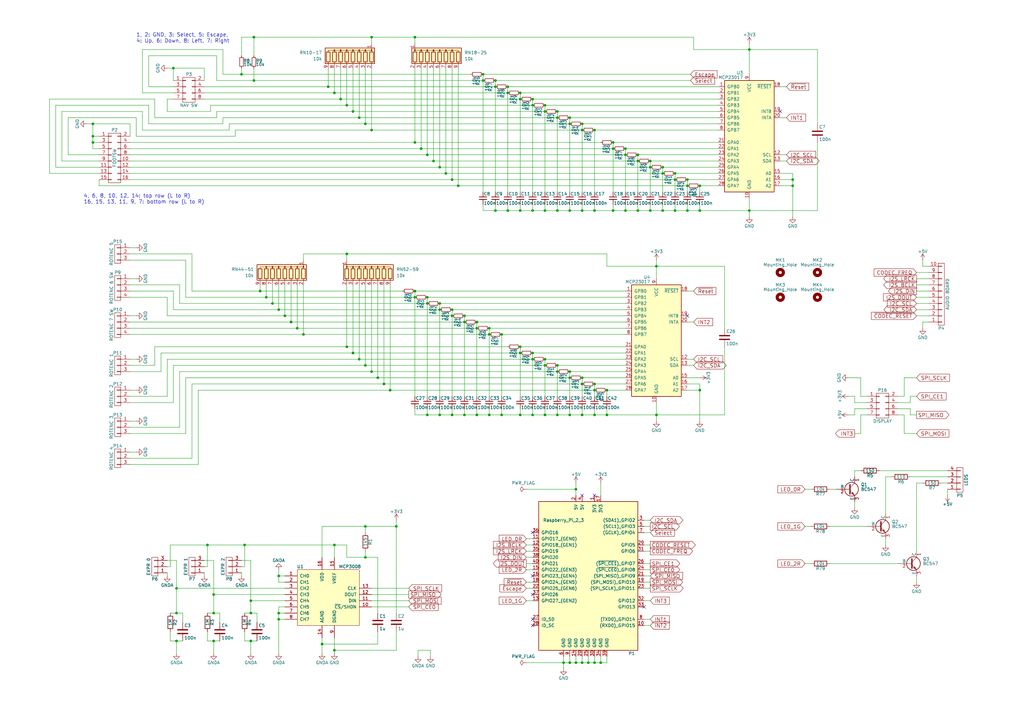
<source format=kicad_sch>
(kicad_sch (version 20211123) (generator eeschema)
  (paper "A3")
  (title_block (title "Pédale Vite v2 — Main board") (date "2019-10-22") (company "Laurent DE SORAS") (comment 1 "Licensed under WTFPL v2 / CC0") (comment 4 "Main board"))
  (junction (at 213.36 38.1))
  (junction (at 160.02 160.02))
  (junction (at 266.7 68.58))
  (junction (at 241.3 271.78))
  (junction (at 104.14 33.02))
  (junction (at 195.58 170.18))
  (junction (at 38.1 50.8))
  (junction (at 142.24 104.14))
  (junction (at 256.54 86.36))
  (junction (at 154.94 154.94))
  (junction (at 114.3 254))
  (junction (at 147.32 48.26))
  (junction (at 243.84 86.36))
  (junction (at 325.12 76.2))
  (junction (at 251.46 86.36))
  (junction (at 185.42 127))
  (junction (at 238.76 170.18))
  (junction (at 175.26 63.5))
  (junction (at 114.3 127))
  (junction (at 276.86 73.66))
  (junction (at 233.68 50.8))
  (junction (at 72.39 262.89))
  (junction (at 238.76 53.34))
  (junction (at 119.38 132.08))
  (junction (at 170.18 119.38))
  (junction (at 102.87 251.46))
  (junction (at 261.62 66.04))
  (junction (at 218.44 43.18))
  (junction (at 208.28 38.1))
  (junction (at 213.36 144.78))
  (junction (at 102.87 246.38))
  (junction (at 236.22 200.66))
  (junction (at 223.52 149.86))
  (junction (at 149.86 149.86))
  (junction (at 236.22 271.78))
  (junction (at 271.78 68.58))
  (junction (at 137.16 266.7))
  (junction (at 203.2 33.02))
  (junction (at 198.12 30.48))
  (junction (at 281.94 76.2))
  (junction (at 271.78 71.12))
  (junction (at 144.78 45.72))
  (junction (at 139.7 40.64))
  (junction (at 223.52 170.18))
  (junction (at 228.6 170.18))
  (junction (at 228.6 48.26))
  (junction (at 223.52 43.18))
  (junction (at 238.76 271.78))
  (junction (at 149.86 228.6))
  (junction (at 261.62 86.36))
  (junction (at 170.18 15.24))
  (junction (at 205.74 170.18))
  (junction (at 228.6 152.4))
  (junction (at 195.58 134.62))
  (junction (at 102.87 262.89))
  (junction (at 223.52 45.72))
  (junction (at 142.24 43.18))
  (junction (at 162.56 215.9))
  (junction (at 218.44 147.32))
  (junction (at 124.46 137.16))
  (junction (at 325.12 73.66))
  (junction (at 213.36 86.36))
  (junction (at 213.36 142.24))
  (junction (at 175.26 170.18))
  (junction (at 72.39 241.3))
  (junction (at 243.84 53.34))
  (junction (at 147.32 147.32))
  (junction (at 71.12 27.94))
  (junction (at 185.42 73.66))
  (junction (at 238.76 86.36))
  (junction (at 152.4 53.34))
  (junction (at 218.44 144.78))
  (junction (at 269.24 170.18))
  (junction (at 157.48 157.48))
  (junction (at 238.76 157.48))
  (junction (at 243.84 170.18))
  (junction (at 72.39 251.46))
  (junction (at 87.63 243.84))
  (junction (at 271.78 86.36))
  (junction (at 152.4 152.4))
  (junction (at 243.84 160.02))
  (junction (at 266.7 86.36))
  (junction (at 251.46 60.96))
  (junction (at 114.3 251.46))
  (junction (at 180.34 68.58))
  (junction (at 256.54 60.96))
  (junction (at 287.02 160.02))
  (junction (at 87.63 251.46))
  (junction (at 175.26 121.92))
  (junction (at 218.44 86.36))
  (junction (at 149.86 215.9))
  (junction (at 231.14 271.78))
  (junction (at 180.34 127))
  (junction (at 228.6 86.36))
  (junction (at 111.76 124.46))
  (junction (at 228.6 149.86))
  (junction (at 172.72 60.96))
  (junction (at 233.68 86.36))
  (junction (at 170.18 58.42))
  (junction (at 175.26 124.46))
  (junction (at 287.02 86.36))
  (junction (at 87.63 262.89))
  (junction (at 180.34 170.18))
  (junction (at 238.76 154.94))
  (junction (at 190.5 170.18))
  (junction (at 218.44 40.64))
  (junction (at 248.92 170.18))
  (junction (at 307.34 20.32))
  (junction (at 246.38 271.78))
  (junction (at 228.6 45.72))
  (junction (at 238.76 50.8))
  (junction (at 142.24 142.24))
  (junction (at 121.92 134.62))
  (junction (at 195.58 132.08))
  (junction (at 243.84 271.78))
  (junction (at 218.44 170.18))
  (junction (at 182.88 71.12))
  (junction (at 208.28 35.56))
  (junction (at 200.66 170.18))
  (junction (at 144.78 144.78))
  (junction (at 256.54 63.5))
  (junction (at 180.34 124.46))
  (junction (at 170.18 121.92))
  (junction (at 276.86 86.36))
  (junction (at 200.66 137.16))
  (junction (at 266.7 66.04))
  (junction (at 185.42 129.54))
  (junction (at 99.06 30.48))
  (junction (at 85.09 223.52))
  (junction (at 233.68 152.4))
  (junction (at 132.08 264.16))
  (junction (at 38.1 58.42))
  (junction (at 200.66 134.62))
  (junction (at 248.92 160.02))
  (junction (at 190.5 132.08))
  (junction (at 307.34 86.36))
  (junction (at 205.74 137.16))
  (junction (at 208.28 86.36))
  (junction (at 177.8 66.04))
  (junction (at 137.16 223.52))
  (junction (at 223.52 147.32))
  (junction (at 233.68 154.94))
  (junction (at 38.1 55.88))
  (junction (at 185.42 170.18))
  (junction (at 149.86 50.8))
  (junction (at 287.02 76.2))
  (junction (at 152.4 15.24))
  (junction (at 281.94 86.36))
  (junction (at 137.16 38.1))
  (junction (at 213.36 40.64))
  (junction (at 233.68 170.18))
  (junction (at 276.86 71.12))
  (junction (at 106.68 119.38))
  (junction (at 281.94 73.66))
  (junction (at 233.68 271.78))
  (junction (at 251.46 58.42))
  (junction (at 269.24 109.22))
  (junction (at 187.96 76.2))
  (junction (at 134.62 35.56))
  (junction (at 243.84 157.48))
  (junction (at 109.22 121.92))
  (junction (at 203.2 35.56))
  (junction (at 203.2 86.36))
  (junction (at 261.62 63.5))
  (junction (at 233.68 48.26))
  (junction (at 100.33 223.52))
  (junction (at 114.3 236.22))
  (junction (at 190.5 129.54))
  (junction (at 116.84 129.54))
  (junction (at 104.14 15.24))
  (junction (at 223.52 86.36))
  (junction (at 213.36 170.18))
  (junction (at 198.12 33.02))
  (no_connect (at 281.94 129.54))
  (no_connect (at 218.44 243.84))
  (no_connect (at 320.04 45.72))
  (no_connect (at 218.44 254))
  (no_connect (at 243.84 203.2))
  (no_connect (at 218.44 256.54))
  (no_connect (at 218.44 218.44))
  (no_connect (at 218.44 236.22))
  (no_connect (at 238.76 203.2))
  (no_connect (at 264.16 248.92))
  (wire (pts (xy 271.78 68.58) (xy 294.64 68.58)))
  (wire (pts (xy 213.36 162.56) (xy 213.36 144.78)))
  (wire (pts (xy 233.68 271.78) (xy 233.68 269.24)))
  (wire (pts (xy 175.26 63.5) (xy 175.26 27.94)))
  (wire (pts (xy 68.58 147.32) (xy 68.58 162.56)))
  (wire (pts (xy 248.92 170.18) (xy 269.24 170.18)))
  (wire (pts (xy 281.94 73.66) (xy 294.64 73.66)))
  (wire (pts (xy 142.24 27.94) (xy 142.24 43.18)))
  (wire (pts (xy 88.9 33.02) (xy 88.9 22.86)))
  (wire (pts (xy 256.54 86.36) (xy 261.62 86.36)))
  (wire (pts (xy 243.84 53.34) (xy 243.84 78.74)))
  (wire (pts (xy 55.88 48.26) (xy 27.94 48.26)))
  (wire (pts (xy 124.46 137.16) (xy 200.66 137.16)))
  (wire (pts (xy 88.9 33.02) (xy 104.14 33.02)))
  (wire (pts (xy 325.12 76.2) (xy 320.04 76.2)))
  (wire (pts (xy 104.14 27.94) (xy 104.14 33.02)))
  (wire (pts (xy 53.34 68.58) (xy 180.34 68.58)))
  (wire (pts (xy 276.86 71.12) (xy 276.86 73.66)))
  (wire (pts (xy 218.44 167.64) (xy 218.44 170.18)))
  (wire (pts (xy 238.76 50.8) (xy 294.64 50.8)))
  (wire (pts (xy 132.08 264.16) (xy 154.94 264.16)))
  (wire (pts (xy 284.48 20.32) (xy 307.34 20.32)))
  (wire (pts (xy 68.58 147.32) (xy 147.32 147.32)))
  (wire (pts (xy 251.46 58.42) (xy 294.64 58.42)))
  (wire (pts (xy 86.36 43.18) (xy 142.24 43.18)))
  (wire (pts (xy 109.22 121.92) (xy 170.18 121.92)))
  (wire (pts (xy 116.84 236.22) (xy 114.3 236.22)))
  (wire (pts (xy 63.5 40.64) (xy 63.5 48.26)))
  (wire (pts (xy 307.34 17.78) (xy 307.34 20.32)))
  (wire (pts (xy 85.09 262.89) (xy 87.63 262.89)))
  (wire (pts (xy 182.88 27.94) (xy 182.88 71.12)))
  (wire (pts (xy 96.52 55.88) (xy 55.88 55.88)))
  (wire (pts (xy 330.2 231.14) (xy 332.74 231.14)))
  (wire (pts (xy 373.38 165.1) (xy 373.38 162.56)))
  (wire (pts (xy 213.36 38.1) (xy 294.64 38.1)))
  (wire (pts (xy 256.54 137.16) (xy 205.74 137.16)))
  (wire (pts (xy 350.52 177.8) (xy 353.06 177.8)))
  (wire (pts (xy 375.92 198.12) (xy 375.92 226.06)))
  (wire (pts (xy 213.36 167.64) (xy 213.36 170.18)))
  (wire (pts (xy 124.46 104.14) (xy 142.24 104.14)))
  (wire (pts (xy 142.24 223.52) (xy 142.24 228.6)))
  (wire (pts (xy 102.87 262.89) (xy 105.41 262.89)))
  (wire (pts (xy 87.63 251.46) (xy 90.17 251.46)))
  (wire (pts (xy 38.1 55.88) (xy 40.64 55.88)))
  (wire (pts (xy 68.58 232.41) (xy 69.85 232.41)))
  (wire (pts (xy 248.92 170.18) (xy 248.92 167.64)))
  (wire (pts (xy 99.06 234.95) (xy 99.06 236.22)))
  (wire (pts (xy 215.9 226.06) (xy 218.44 226.06)))
  (wire (pts (xy 71.12 27.94) (xy 83.82 27.94)))
  (wire (pts (xy 180.34 127) (xy 180.34 162.56)))
  (wire (pts (xy 68.58 129.54) (xy 116.84 129.54)))
  (wire (pts (xy 177.8 66.04) (xy 261.62 66.04)))
  (wire (pts (xy 307.34 86.36) (xy 307.34 88.9)))
  (wire (pts (xy 124.46 104.14) (xy 124.46 106.68)))
  (wire (pts (xy 114.3 127) (xy 180.34 127)))
  (wire (pts (xy 53.34 147.32) (xy 55.88 147.32)))
  (wire (pts (xy 266.7 238.76) (xy 264.16 238.76)))
  (wire (pts (xy 69.85 259.08) (xy 69.85 262.89)))
  (wire (pts (xy 60.96 43.18) (xy 60.96 50.8)))
  (wire (pts (xy 160.02 160.02) (xy 243.84 160.02)))
  (wire (pts (xy 149.86 215.9) (xy 149.86 218.44)))
  (wire (pts (xy 238.76 154.94) (xy 238.76 157.48)))
  (wire (pts (xy 264.16 256.54) (xy 266.7 256.54)))
  (wire (pts (xy 144.78 45.72) (xy 223.52 45.72)))
  (wire (pts (xy 266.7 246.38) (xy 264.16 246.38)))
  (wire (pts (xy 60.96 50.8) (xy 91.44 50.8)))
  (wire (pts (xy 205.74 137.16) (xy 205.74 162.56)))
  (wire (pts (xy 213.36 38.1) (xy 213.36 40.64)))
  (wire (pts (xy 132.08 264.16) (xy 132.08 267.97)))
  (wire (pts (xy 233.68 50.8) (xy 233.68 78.74)))
  (wire (pts (xy 147.32 48.26) (xy 228.6 48.26)))
  (wire (pts (xy 243.84 83.82) (xy 243.84 86.36)))
  (wire (pts (xy 238.76 78.74) (xy 238.76 53.34)))
  (wire (pts (xy 185.42 170.18) (xy 185.42 167.64)))
  (wire (pts (xy 63.5 142.24) (xy 142.24 142.24)))
  (wire (pts (xy 350.52 167.64) (xy 355.6 167.64)))
  (wire (pts (xy 266.7 66.04) (xy 266.7 68.58)))
  (wire (pts (xy 185.42 170.18) (xy 190.5 170.18)))
  (wire (pts (xy 87.63 243.84) (xy 116.84 243.84)))
  (wire (pts (xy 104.14 15.24) (xy 104.14 22.86)))
  (wire (pts (xy 248.92 104.14) (xy 248.92 109.22)))
  (wire (pts (xy 111.76 124.46) (xy 111.76 116.84)))
  (wire (pts (xy 73.66 124.46) (xy 73.66 116.84)))
  (wire (pts (xy 104.14 33.02) (xy 198.12 33.02)))
  (wire (pts (xy 170.18 121.92) (xy 170.18 162.56)))
  (wire (pts (xy 58.42 45.72) (xy 58.42 53.34)))
  (wire (pts (xy 335.28 86.36) (xy 335.28 58.42)))
  (wire (pts (xy 236.22 198.12) (xy 236.22 200.66)))
  (wire (pts (xy 208.28 38.1) (xy 208.28 78.74)))
  (wire (pts (xy 93.98 53.34) (xy 93.98 50.8)))
  (wire (pts (xy 264.16 223.52) (xy 266.7 223.52)))
  (wire (pts (xy 238.76 271.78) (xy 238.76 269.24)))
  (wire (pts (xy 238.76 157.48) (xy 238.76 162.56)))
  (wire (pts (xy 73.66 116.84) (xy 53.34 116.84)))
  (wire (pts (xy 171.45 266.7) (xy 171.45 269.24)))
  (wire (pts (xy 261.62 78.74) (xy 261.62 66.04)))
  (wire (pts (xy 243.84 157.48) (xy 256.54 157.48)))
  (wire (pts (xy 223.52 149.86) (xy 223.52 147.32)))
  (wire (pts (xy 281.94 83.82) (xy 281.94 86.36)))
  (wire (pts (xy 350.52 170.18) (xy 350.52 167.64)))
  (wire (pts (xy 119.38 116.84) (xy 119.38 132.08)))
  (wire (pts (xy 40.64 68.58) (xy 22.86 68.58)))
  (wire (pts (xy 185.42 129.54) (xy 185.42 162.56)))
  (wire (pts (xy 76.2 154.94) (xy 154.94 154.94)))
  (wire (pts (xy 55.88 55.88) (xy 55.88 48.26)))
  (wire (pts (xy 85.09 232.41) (xy 85.09 223.52)))
  (wire (pts (xy 175.26 170.18) (xy 175.26 167.64)))
  (wire (pts (xy 93.98 50.8) (xy 149.86 50.8)))
  (wire (pts (xy 215.9 231.14) (xy 218.44 231.14)))
  (wire (pts (xy 109.22 116.84) (xy 109.22 121.92)))
  (wire (pts (xy 256.54 60.96) (xy 256.54 63.5)))
  (wire (pts (xy 91.44 48.26) (xy 147.32 48.26)))
  (wire (pts (xy 251.46 60.96) (xy 251.46 58.42)))
  (wire (pts (xy 149.86 228.6) (xy 149.86 226.06)))
  (wire (pts (xy 287.02 160.02) (xy 287.02 172.72)))
  (wire (pts (xy 91.44 30.48) (xy 99.06 30.48)))
  (wire (pts (xy 180.34 170.18) (xy 185.42 170.18)))
  (wire (pts (xy 121.92 134.62) (xy 195.58 134.62)))
  (wire (pts (xy 68.58 162.56) (xy 53.34 162.56)))
  (wire (pts (xy 142.24 142.24) (xy 142.24 116.84)))
  (wire (pts (xy 53.34 60.96) (xy 172.72 60.96)))
  (wire (pts (xy 325.12 71.12) (xy 325.12 73.66)))
  (wire (pts (xy 281.94 76.2) (xy 281.94 73.66)))
  (wire (pts (xy 170.18 58.42) (xy 246.38 58.42)))
  (wire (pts (xy 20.32 40.64) (xy 63.5 40.64)))
  (wire (pts (xy 53.34 58.42) (xy 170.18 58.42)))
  (wire (pts (xy 149.86 215.9) (xy 162.56 215.9)))
  (wire (pts (xy 68.58 121.92) (xy 53.34 121.92)))
  (wire (pts (xy 71.12 149.86) (xy 149.86 149.86)))
  (wire (pts (xy 81.28 160.02) (xy 81.28 190.5)))
  (wire (pts (xy 388.62 200.66) (xy 388.62 203.2)))
  (wire (pts (xy 105.41 251.46) (xy 105.41 255.27)))
  (wire (pts (xy 283.21 30.48) (xy 198.12 30.48)))
  (wire (pts (xy 69.85 223.52) (xy 85.09 223.52)))
  (wire (pts (xy 53.34 137.16) (xy 124.46 137.16)))
  (wire (pts (xy 246.38 198.12) (xy 246.38 203.2)))
  (wire (pts (xy 373.38 162.56) (xy 375.92 162.56)))
  (wire (pts (xy 256.54 83.82) (xy 256.54 86.36)))
  (wire (pts (xy 91.44 50.8) (xy 91.44 48.26)))
  (wire (pts (xy 223.52 167.64) (xy 223.52 170.18)))
  (wire (pts (xy 132.08 215.9) (xy 149.86 215.9)))
  (wire (pts (xy 167.64 248.92) (xy 152.4 248.92)))
  (wire (pts (xy 375.92 111.76) (xy 381 111.76)))
  (wire (pts (xy 320.04 71.12) (xy 325.12 71.12)))
  (wire (pts (xy 195.58 170.18) (xy 200.66 170.18)))
  (wire (pts (xy 53.34 71.12) (xy 182.88 71.12)))
  (wire (pts (xy 233.68 162.56) (xy 233.68 154.94)))
  (wire (pts (xy 137.16 38.1) (xy 208.28 38.1)))
  (wire (pts (xy 180.34 27.94) (xy 180.34 68.58)))
  (wire (pts (xy 180.34 170.18) (xy 180.34 167.64)))
  (wire (pts (xy 53.34 66.04) (xy 177.8 66.04)))
  (wire (pts (xy 330.2 215.9) (xy 332.74 215.9)))
  (wire (pts (xy 53.34 63.5) (xy 175.26 63.5)))
  (wire (pts (xy 236.22 271.78) (xy 236.22 269.24)))
  (wire (pts (xy 87.63 243.84) (xy 87.63 251.46)))
  (wire (pts (xy 269.24 109.22) (xy 269.24 114.3)))
  (wire (pts (xy 144.78 45.72) (xy 144.78 27.94)))
  (wire (pts (xy 175.26 63.5) (xy 256.54 63.5)))
  (wire (pts (xy 58.42 20.32) (xy 58.42 38.1)))
  (wire (pts (xy 190.5 170.18) (xy 190.5 167.64)))
  (wire (pts (xy 114.3 238.76) (xy 116.84 238.76)))
  (wire (pts (xy 88.9 45.72) (xy 144.78 45.72)))
  (wire (pts (xy 38.1 55.88) (xy 38.1 58.42)))
  (wire (pts (xy 281.94 157.48) (xy 287.02 157.48)))
  (wire (pts (xy 228.6 167.64) (xy 228.6 170.18)))
  (wire (pts (xy 53.34 160.02) (xy 55.88 160.02)))
  (wire (pts (xy 100.33 259.08) (xy 100.33 262.89)))
  (wire (pts (xy 233.68 167.64) (xy 233.68 170.18)))
  (wire (pts (xy 256.54 63.5) (xy 256.54 78.74)))
  (wire (pts (xy 203.2 83.82) (xy 203.2 86.36)))
  (wire (pts (xy 243.84 271.78) (xy 243.84 269.24)))
  (wire (pts (xy 102.87 246.38) (xy 102.87 251.46)))
  (wire (pts (xy 83.82 232.41) (xy 85.09 232.41)))
  (wire (pts (xy 269.24 165.1) (xy 269.24 170.18)))
  (wire (pts (xy 350.52 165.1) (xy 355.6 165.1)))
  (wire (pts (xy 375.92 127) (xy 381 127)))
  (wire (pts (xy 124.46 116.84) (xy 124.46 137.16)))
  (wire (pts (xy 294.64 76.2) (xy 287.02 76.2)))
  (wire (pts (xy 152.4 17.78) (xy 152.4 15.24)))
  (wire (pts (xy 347.98 170.18) (xy 350.52 170.18)))
  (wire (pts (xy 353.06 177.8) (xy 353.06 170.18)))
  (wire (pts (xy 284.48 119.38) (xy 281.94 119.38)))
  (wire (pts (xy 269.24 170.18) (xy 297.18 170.18)))
  (wire (pts (xy 142.24 104.14) (xy 248.92 104.14)))
  (wire (pts (xy 100.33 251.46) (xy 102.87 251.46)))
  (wire (pts (xy 218.44 86.36) (xy 218.44 83.82)))
  (wire (pts (xy 185.42 127) (xy 185.42 129.54)))
  (wire (pts (xy 223.52 86.36) (xy 228.6 86.36)))
  (wire (pts (xy 375.92 121.92) (xy 381 121.92)))
  (wire (pts (xy 233.68 152.4) (xy 256.54 152.4)))
  (wire (pts (xy 264.16 213.36) (xy 266.7 213.36)))
  (wire (pts (xy 241.3 271.78) (xy 243.84 271.78)))
  (wire (pts (xy 238.76 167.64) (xy 238.76 170.18)))
  (wire (pts (xy 72.39 241.3) (xy 116.84 241.3)))
  (wire (pts (xy 25.4 66.04) (xy 25.4 45.72)))
  (wire (pts (xy 213.36 170.18) (xy 218.44 170.18)))
  (wire (pts (xy 137.16 223.52) (xy 142.24 223.52)))
  (wire (pts (xy 58.42 38.1) (xy 71.12 38.1)))
  (wire (pts (xy 360.68 193.04) (xy 388.62 193.04)))
  (wire (pts (xy 152.4 152.4) (xy 228.6 152.4)))
  (wire (pts (xy 264.16 241.3) (xy 266.7 241.3)))
  (wire (pts (xy 205.74 167.64) (xy 205.74 170.18)))
  (wire (pts (xy 157.48 116.84) (xy 157.48 157.48)))
  (wire (pts (xy 200.66 170.18) (xy 205.74 170.18)))
  (wire (pts (xy 114.3 233.68) (xy 114.3 236.22)))
  (wire (pts (xy 53.34 185.42) (xy 55.88 185.42)))
  (wire (pts (xy 246.38 271.78) (xy 246.38 269.24)))
  (wire (pts (xy 223.52 45.72) (xy 223.52 78.74)))
  (wire (pts (xy 243.84 162.56) (xy 243.84 160.02)))
  (wire (pts (xy 53.34 132.08) (xy 119.38 132.08)))
  (wire (pts (xy 119.38 132.08) (xy 190.5 132.08)))
  (wire (pts (xy 87.63 262.89) (xy 90.17 262.89)))
  (wire (pts (xy 180.34 68.58) (xy 266.7 68.58)))
  (wire (pts (xy 162.56 213.36) (xy 162.56 215.9)))
  (wire (pts (xy 154.94 264.16) (xy 154.94 259.08)))
  (wire (pts (xy 243.84 271.78) (xy 246.38 271.78)))
  (wire (pts (xy 96.52 53.34) (xy 96.52 55.88)))
  (wire (pts (xy 373.38 170.18) (xy 375.92 170.18)))
  (wire (pts (xy 205.74 170.18) (xy 213.36 170.18)))
  (wire (pts (xy 66.04 144.78) (xy 66.04 152.4)))
  (wire (pts (xy 264.16 215.9) (xy 266.7 215.9)))
  (wire (pts (xy 368.3 162.56) (xy 370.84 162.56)))
  (wire (pts (xy 139.7 40.64) (xy 213.36 40.64)))
  (wire (pts (xy 322.58 35.56) (xy 320.04 35.56)))
  (wire (pts (xy 25.4 45.72) (xy 58.42 45.72)))
  (wire (pts (xy 294.64 53.34) (xy 243.84 53.34)))
  (wire (pts (xy 276.86 73.66) (xy 276.86 78.74)))
  (wire (pts (xy 264.16 226.06) (xy 266.7 226.06)))
  (wire (pts (xy 72.39 262.89) (xy 74.93 262.89)))
  (wire (pts (xy 231.14 269.24) (xy 231.14 271.78)))
  (wire (pts (xy 238.76 83.82) (xy 238.76 86.36)))
  (wire (pts (xy 218.44 40.64) (xy 294.64 40.64)))
  (wire (pts (xy 347.98 162.56) (xy 350.52 162.56)))
  (wire (pts (xy 198.12 30.48) (xy 198.12 33.02)))
  (wire (pts (xy 264.16 231.14) (xy 266.7 231.14)))
  (wire (pts (xy 238.76 271.78) (xy 241.3 271.78)))
  (wire (pts (xy 256.54 144.78) (xy 218.44 144.78)))
  (wire (pts (xy 378.46 134.62) (xy 378.46 132.08)))
  (wire (pts (xy 340.36 231.14) (xy 368.3 231.14)))
  (wire (pts (xy 322.58 63.5) (xy 320.04 63.5)))
  (wire (pts (xy 73.66 124.46) (xy 111.76 124.46)))
  (wire (pts (xy 223.52 43.18) (xy 223.52 45.72)))
  (wire (pts (xy 370.84 177.8) (xy 375.92 177.8)))
  (wire (pts (xy 223.52 43.18) (xy 294.64 43.18)))
  (wire (pts (xy 86.36 45.72) (xy 86.36 43.18)))
  (wire (pts (xy 170.18 119.38) (xy 170.18 121.92)))
  (wire (pts (xy 139.7 40.64) (xy 139.7 27.94)))
  (wire (pts (xy 74.93 251.46) (xy 74.93 255.27)))
  (wire (pts (xy 264.16 218.44) (xy 266.7 218.44)))
  (wire (pts (xy 261.62 66.04) (xy 261.62 63.5)))
  (wire (pts (xy 368.3 165.1) (xy 373.38 165.1)))
  (wire (pts (xy 116.84 129.54) (xy 116.84 116.84)))
  (wire (pts (xy 68.58 40.64) (xy 68.58 45.72)))
  (wire (pts (xy 69.85 232.41) (xy 69.85 223.52)))
  (wire (pts (xy 149.86 116.84) (xy 149.86 149.86)))
  (wire (pts (xy 236.22 271.78) (xy 238.76 271.78)))
  (wire (pts (xy 27.94 48.26) (xy 27.94 63.5)))
  (wire (pts (xy 81.28 190.5) (xy 53.34 190.5)))
  (wire (pts (xy 233.68 48.26) (xy 294.64 48.26)))
  (wire (pts (xy 149.86 228.6) (xy 154.94 228.6)))
  (wire (pts (xy 375.92 114.3) (xy 381 114.3)))
  (wire (pts (xy 233.68 170.18) (xy 238.76 170.18)))
  (wire (pts (xy 269.24 109.22) (xy 297.18 109.22)))
  (wire (pts (xy 190.5 129.54) (xy 256.54 129.54)))
  (wire (pts (xy 142.24 43.18) (xy 218.44 43.18)))
  (wire (pts (xy 81.28 160.02) (xy 160.02 160.02)))
  (wire (pts (xy 100.33 232.41) (xy 99.06 232.41)))
  (wire (pts (xy 71.12 127) (xy 71.12 119.38)))
  (wire (pts (xy 58.42 53.34) (xy 93.98 53.34)))
  (wire (pts (xy 370.84 170.18) (xy 370.84 177.8)))
  (wire (pts (xy 78.74 157.48) (xy 157.48 157.48)))
  (wire (pts (xy 63.5 142.24) (xy 63.5 149.86)))
  (wire (pts (xy 218.44 170.18) (xy 223.52 170.18)))
  (wire (pts (xy 147.32 27.94) (xy 147.32 48.26)))
  (wire (pts (xy 137.16 266.7) (xy 137.16 267.97)))
  (wire (pts (xy 284.48 147.32) (xy 281.94 147.32)))
  (wire (pts (xy 102.87 246.38) (xy 116.84 246.38)))
  (wire (pts (xy 368.3 170.18) (xy 370.84 170.18)))
  (wire (pts (xy 83.82 27.94) (xy 83.82 33.02)))
  (wire (pts (xy 88.9 48.26) (xy 88.9 45.72)))
  (wire (pts (xy 322.58 48.26) (xy 320.04 48.26)))
  (wire (pts (xy 271.78 86.36) (xy 276.86 86.36)))
  (wire (pts (xy 243.84 86.36) (xy 251.46 86.36)))
  (wire (pts (xy 22.86 43.18) (xy 60.96 43.18)))
  (wire (pts (xy 261.62 83.82) (xy 261.62 86.36)))
  (wire (pts (xy 375.92 119.38) (xy 381 119.38)))
  (wire (pts (xy 266.7 68.58) (xy 266.7 78.74)))
  (wire (pts (xy 228.6 48.26) (xy 228.6 78.74)))
  (wire (pts (xy 63.5 149.86) (xy 53.34 149.86)))
  (wire (pts (xy 241.3 271.78) (xy 241.3 269.24)))
  (wire (pts (xy 248.92 109.22) (xy 269.24 109.22)))
  (wire (pts (xy 281.94 78.74) (xy 281.94 76.2)))
  (wire (pts (xy 91.44 30.48) (xy 91.44 20.32)))
  (wire (pts (xy 71.12 149.86) (xy 71.12 165.1)))
  (wire (pts (xy 53.34 134.62) (xy 121.92 134.62)))
  (wire (pts (xy 231.14 271.78) (xy 233.68 271.78)))
  (wire (pts (xy 284.48 15.24) (xy 284.48 20.32)))
  (wire (pts (xy 73.66 152.4) (xy 152.4 152.4)))
  (wire (pts (xy 114.3 254) (xy 116.84 254)))
  (wire (pts (xy 375.92 116.84) (xy 381 116.84)))
  (wire (pts (xy 154.94 228.6) (xy 154.94 251.46)))
  (wire (pts (xy 99.06 30.48) (xy 193.04 30.48)))
  (wire (pts (xy 325.12 76.2) (xy 325.12 88.9)))
  (wire (pts (xy 243.84 170.18) (xy 248.92 170.18)))
  (wire (pts (xy 353.06 154.94) (xy 353.06 162.56)))
  (wire (pts (xy 190.5 170.18) (xy 195.58 170.18)))
  (wire (pts (xy 137.16 223.52) (xy 137.16 228.6)))
  (wire (pts (xy 96.52 53.34) (xy 152.4 53.34)))
  (wire (pts (xy 297.18 170.18) (xy 297.18 142.24)))
  (wire (pts (xy 223.52 162.56) (xy 223.52 149.86)))
  (wire (pts (xy 22.86 68.58) (xy 22.86 43.18)))
  (wire (pts (xy 177.8 27.94) (xy 177.8 66.04)))
  (wire (pts (xy 40.64 66.04) (xy 25.4 66.04)))
  (wire (pts (xy 213.36 86.36) (xy 218.44 86.36)))
  (wire (pts (xy 215.9 271.78) (xy 231.14 271.78)))
  (wire (pts (xy 35.56 50.8) (xy 38.1 50.8)))
  (wire (pts (xy 373.38 195.58) (xy 388.62 195.58)))
  (wire (pts (xy 330.2 200.66) (xy 332.74 200.66)))
  (wire (pts (xy 76.2 106.68) (xy 53.34 106.68)))
  (wire (pts (xy 335.28 20.32) (xy 335.28 50.8)))
  (wire (pts (xy 231.14 271.78) (xy 231.14 274.32)))
  (wire (pts (xy 228.6 86.36) (xy 228.6 83.82)))
  (wire (pts (xy 149.86 149.86) (xy 223.52 149.86)))
  (wire (pts (xy 236.22 200.66) (xy 236.22 203.2)))
  (wire (pts (xy 176.53 266.7) (xy 171.45 266.7)))
  (wire (pts (xy 157.48 157.48) (xy 238.76 157.48)))
  (wire (pts (xy 154.94 154.94) (xy 233.68 154.94)))
  (wire (pts (xy 102.87 251.46) (xy 105.41 251.46)))
  (wire (pts (xy 375.92 124.46) (xy 381 124.46)))
  (wire (pts (xy 198.12 33.02) (xy 198.12 78.74)))
  (wire (pts (xy 71.12 127) (xy 114.3 127)))
  (wire (pts (xy 294.64 66.04) (xy 266.7 66.04)))
  (wire (pts (xy 68.58 129.54) (xy 68.58 121.92)))
  (wire (pts (xy 100.33 223.52) (xy 100.33 232.41)))
  (wire (pts (xy 76.2 121.92) (xy 76.2 106.68)))
  (wire (pts (xy 269.24 106.68) (xy 269.24 109.22)))
  (wire (pts (xy 142.24 142.24) (xy 208.28 142.24)))
  (wire (pts (xy 213.36 142.24) (xy 256.54 142.24)))
  (wire (pts (xy 114.3 248.92) (xy 114.3 251.46)))
  (wire (pts (xy 215.9 223.52) (xy 218.44 223.52)))
  (wire (pts (xy 40.64 76.2) (xy 40.64 73.66)))
  (wire (pts (xy 152.4 15.24) (xy 170.18 15.24)))
  (wire (pts (xy 347.98 154.94) (xy 353.06 154.94)))
  (wire (pts (xy 213.36 40.64) (xy 213.36 78.74)))
  (wire (pts (xy 276.86 83.82) (xy 276.86 86.36)))
  (wire (pts (xy 215.9 238.76) (xy 218.44 238.76)))
  (wire (pts (xy 248.92 271.78) (xy 248.92 269.24)))
  (wire (pts (xy 281.94 86.36) (xy 287.02 86.36)))
  (wire (pts (xy 38.1 50.8) (xy 53.34 50.8)))
  (wire (pts (xy 63.5 48.26) (xy 88.9 48.26)))
  (wire (pts (xy 90.17 251.46) (xy 90.17 255.27)))
  (wire (pts (xy 68.58 45.72) (xy 86.36 45.72)))
  (wire (pts (xy 76.2 154.94) (xy 76.2 177.8)))
  (wire (pts (xy 162.56 215.9) (xy 162.56 251.46)))
  (wire (pts (xy 68.58 229.87) (xy 72.39 229.87)))
  (wire (pts (xy 307.34 86.36) (xy 335.28 86.36)))
  (wire (pts (xy 142.24 104.14) (xy 142.24 106.68)))
  (wire (pts (xy 134.62 35.56) (xy 203.2 35.56)))
  (wire (pts (xy 233.68 86.36) (xy 238.76 86.36)))
  (wire (pts (xy 78.74 187.96) (xy 78.74 157.48)))
  (wire (pts (xy 378.46 109.22) (xy 381 109.22)))
  (wire (pts (xy 264.16 254) (xy 266.7 254)))
  (wire (pts (xy 190.5 132.08) (xy 190.5 162.56)))
  (wire (pts (xy 53.34 187.96) (xy 78.74 187.96)))
  (wire (pts (xy 276.86 86.36) (xy 281.94 86.36)))
  (wire (pts (xy 243.84 160.02) (xy 243.84 157.48)))
  (wire (pts (xy 144.78 144.78) (xy 213.36 144.78)))
  (wire (pts (xy 228.6 45.72) (xy 294.64 45.72)))
  (wire (pts (xy 261.62 63.5) (xy 294.64 63.5)))
  (wire (pts (xy 307.34 20.32) (xy 307.34 30.48)))
  (wire (pts (xy 72.39 229.87) (xy 72.39 241.3)))
  (wire (pts (xy 170.18 15.24) (xy 170.18 17.78)))
  (wire (pts (xy 350.52 193.04) (xy 350.52 195.58)))
  (wire (pts (xy 208.28 86.36) (xy 213.36 86.36)))
  (wire (pts (xy 72.39 267.97) (xy 72.39 262.89)))
  (wire (pts (xy 233.68 271.78) (xy 236.22 271.78)))
  (wire (pts (xy 76.2 121.92) (xy 109.22 121.92)))
  (wire (pts (xy 281.94 154.94) (xy 287.02 154.94)))
  (wire (pts (xy 83.82 35.56) (xy 134.62 35.56)))
  (wire (pts (xy 218.44 43.18) (xy 218.44 78.74)))
  (wire (pts (xy 350.52 205.74) (xy 350.52 208.28)))
  (wire (pts (xy 87.63 229.87) (xy 87.63 243.84)))
  (wire (pts (xy 283.21 33.02) (xy 203.2 33.02)))
  (wire (pts (xy 248.92 160.02) (xy 248.92 162.56)))
  (wire (pts (xy 170.18 170.18) (xy 175.26 170.18)))
  (wire (pts (xy 228.6 149.86) (xy 228.6 152.4)))
  (wire (pts (xy 99.06 15.24) (xy 104.14 15.24)))
  (wire (pts (xy 271.78 78.74) (xy 271.78 71.12)))
  (wire (pts (xy 142.24 228.6) (xy 149.86 228.6)))
  (wire (pts (xy 287.02 157.48) (xy 287.02 160.02)))
  (wire (pts (xy 271.78 71.12) (xy 271.78 68.58)))
  (wire (pts (xy 100.33 223.52) (xy 137.16 223.52)))
  (wire (pts (xy 114.3 254) (xy 114.3 267.97)))
  (wire (pts (xy 102.87 229.87) (xy 102.87 246.38)))
  (wire (pts (xy 266.7 236.22) (xy 264.16 236.22)))
  (wire (pts (xy 175.26 121.92) (xy 175.26 124.46)))
  (wire (pts (xy 175.26 121.92) (xy 256.54 121.92)))
  (wire (pts (xy 106.68 119.38) (xy 106.68 116.84)))
  (wire (pts (xy 147.32 147.32) (xy 218.44 147.32)))
  (wire (pts (xy 85.09 259.08) (xy 85.09 262.89)))
  (wire (pts (xy 353.06 170.18) (xy 355.6 170.18)))
  (wire (pts (xy 102.87 267.97) (xy 102.87 262.89)))
  (wire (pts (xy 251.46 78.74) (xy 251.46 60.96)))
  (wire (pts (xy 160.02 116.84) (xy 160.02 160.02)))
  (wire (pts (xy 69.85 262.89) (xy 72.39 262.89)))
  (wire (pts (xy 251.46 83.82) (xy 251.46 86.36)))
  (wire (pts (xy 182.88 71.12) (xy 271.78 71.12)))
  (wire (pts (xy 99.06 15.24) (xy 99.06 22.86)))
  (wire (pts (xy 350.52 162.56) (xy 350.52 165.1)))
  (wire (pts (xy 154.94 116.84) (xy 154.94 154.94)))
  (wire (pts (xy 307.34 20.32) (xy 335.28 20.32)))
  (wire (pts (xy 137.16 266.7) (xy 162.56 266.7)))
  (wire (pts (xy 53.34 73.66) (xy 185.42 73.66)))
  (wire (pts (xy 83.82 234.95) (xy 83.82 236.22)))
  (wire (pts (xy 228.6 86.36) (xy 233.68 86.36)))
  (wire (pts (xy 378.46 106.68) (xy 378.46 109.22)))
  (wire (pts (xy 72.39 241.3) (xy 72.39 251.46)))
  (wire (pts (xy 215.9 233.68) (xy 218.44 233.68)))
  (wire (pts (xy 228.6 152.4) (xy 228.6 162.56)))
  (wire (pts (xy 152.4 246.38) (xy 167.64 246.38)))
  (wire (pts (xy 190.5 129.54) (xy 190.5 132.08)))
  (wire (pts (xy 114.3 236.22) (xy 114.3 238.76)))
  (wire (pts (xy 233.68 154.94) (xy 233.68 152.4)))
  (wire (pts (xy 307.34 81.28) (xy 307.34 86.36)))
  (wire (pts (xy 147.32 147.32) (xy 147.32 116.84)))
  (wire (pts (xy 116.84 251.46) (xy 114.3 251.46)))
  (wire (pts (xy 284.48 149.86) (xy 281.94 149.86)))
  (wire (pts (xy 78.74 119.38) (xy 106.68 119.38)))
  (wire (pts (xy 170.18 119.38) (xy 256.54 119.38)))
  (wire (pts (xy 363.22 220.98) (xy 363.22 223.52)))
  (wire (pts (xy 144.78 116.84) (xy 144.78 144.78)))
  (wire (pts (xy 175.26 124.46) (xy 175.26 162.56)))
  (wire (pts (xy 375.92 198.12) (xy 378.46 198.12)))
  (wire (pts (xy 208.28 35.56) (xy 208.28 38.1)))
  (wire (pts (xy 104.14 15.24) (xy 152.4 15.24)))
  (wire (pts (xy 170.18 58.42) (xy 170.18 27.94)))
  (wire (pts (xy 167.64 241.3) (xy 152.4 241.3)))
  (wire (pts (xy 350.52 193.04) (xy 353.06 193.04)))
  (wire (pts (xy 149.86 50.8) (xy 149.86 27.94)))
  (wire (pts (xy 215.9 220.98) (xy 218.44 220.98)))
  (wire (pts (xy 386.08 198.12) (xy 388.62 198.12)))
  (wire (pts (xy 266.7 83.82) (xy 266.7 86.36)))
  (wire (pts (xy 256.54 154.94) (xy 238.76 154.94)))
  (wire (pts (xy 180.34 124.46) (xy 256.54 124.46)))
  (wire (pts (xy 53.34 129.54) (xy 55.88 129.54)))
  (wire (pts (xy 218.44 40.64) (xy 218.44 43.18)))
  (wire (pts (xy 363.22 195.58) (xy 363.22 210.82)))
  (wire (pts (xy 132.08 261.62) (xy 132.08 264.16)))
  (wire (pts (xy 38.1 60.96) (xy 40.64 60.96)))
  (wire (pts (xy 185.42 127) (xy 256.54 127)))
  (wire (pts (xy 170.18 15.24) (xy 284.48 15.24)))
  (wire (pts (xy 172.72 27.94) (xy 172.72 60.96)))
  (wire (pts (xy 322.58 66.04) (xy 320.04 66.04)))
  (wire (pts (xy 297.18 109.22) (xy 297.18 134.62)))
  (wire (pts (xy 215.9 228.6) (xy 218.44 228.6)))
  (wire (pts (xy 187.96 27.94) (xy 187.96 76.2)))
  (wire (pts (xy 203.2 33.02) (xy 203.2 35.56)))
  (wire (pts (xy 185.42 27.94) (xy 185.42 73.66)))
  (wire (pts (xy 373.38 167.64) (xy 373.38 170.18)))
  (wire (pts (xy 185.42 73.66) (xy 276.86 73.66)))
  (wire (pts (xy 114.3 251.46) (xy 114.3 254)))
  (wire (pts (xy 375.92 129.54) (xy 381 129.54)))
  (wire (pts (xy 53.34 101.6) (xy 55.88 101.6)))
  (wire (pts (xy 85.09 223.52) (xy 100.33 223.52)))
  (wire (pts (xy 228.6 45.72) (xy 228.6 48.26)))
  (wire (pts (xy 325.12 73.66) (xy 325.12 76.2)))
  (wire (pts (xy 287.02 86.36) (xy 307.34 86.36)))
  (wire (pts (xy 208.28 86.36) (xy 208.28 83.82)))
  (wire (pts (xy 60.96 35.56) (xy 71.12 35.56)))
  (wire (pts (xy 378.46 132.08) (xy 381 132.08)))
  (wire (pts (xy 198.12 83.82) (xy 198.12 86.36)))
  (wire (pts (xy 256.54 160.02) (xy 248.92 160.02)))
  (wire (pts (xy 91.44 20.32) (xy 58.42 20.32)))
  (wire (pts (xy 368.3 167.64) (xy 373.38 167.64)))
  (wire (pts (xy 66.04 144.78) (xy 144.78 144.78)))
  (wire (pts (xy 353.06 162.56) (xy 355.6 162.56)))
  (wire (pts (xy 152.4 27.94) (xy 152.4 53.34)))
  (wire (pts (xy 176.53 269.24) (xy 176.53 266.7)))
  (wire (pts (xy 340.36 215.9) (xy 355.6 215.9)))
  (wire (pts (xy 228.6 170.18) (xy 233.68 170.18)))
  (wire (pts (xy 71.12 40.64) (xy 68.58 40.64)))
  (wire (pts (xy 238.76 86.36) (xy 243.84 86.36)))
  (wire (pts (xy 180.34 124.46) (xy 180.34 127)))
  (wire (pts (xy 203.2 35.56) (xy 203.2 78.74)))
  (wire (pts (xy 195.58 134.62) (xy 195.58 162.56)))
  (wire (pts (xy 269.24 170.18) (xy 269.24 172.72)))
  (wire (pts (xy 238.76 53.34) (xy 238.76 50.8)))
  (wire (pts (xy 106.68 119.38) (xy 165.1 119.38)))
  (wire (pts (xy 149.86 50.8) (xy 233.68 50.8)))
  (wire (pts (xy 68.58 27.94) (xy 71.12 27.94)))
  (wire (pts (xy 213.36 86.36) (xy 213.36 83.82)))
  (wire (pts (xy 60.96 22.86) (xy 60.96 35.56)))
  (wire (pts (xy 116.84 248.92) (xy 114.3 248.92)))
  (wire (pts (xy 38.1 50.8) (xy 38.1 55.88)))
  (wire (pts (xy 218.44 86.36) (xy 223.52 86.36)))
  (wire (pts (xy 223.52 86.36) (xy 223.52 83.82)))
  (wire (pts (xy 294.64 60.96) (xy 256.54 60.96)))
  (wire (pts (xy 287.02 86.36) (xy 287.02 83.82)))
  (wire (pts (xy 53.34 114.3) (xy 55.88 114.3)))
  (wire (pts (xy 198.12 86.36) (xy 203.2 86.36)))
  (wire (pts (xy 370.84 154.94) (xy 375.92 154.94)))
  (wire (pts (xy 137.16 261.62) (xy 137.16 266.7)))
  (wire (pts (xy 40.64 76.2) (xy 187.96 76.2)))
  (wire (pts (xy 38.1 58.42) (xy 38.1 60.96)))
  (wire (pts (xy 71.12 165.1) (xy 53.34 165.1)))
  (wire (pts (xy 116.84 129.54) (xy 185.42 129.54)))
  (wire (pts (xy 223.52 147.32) (xy 256.54 147.32)))
  (wire (pts (xy 73.66 175.26) (xy 53.34 175.26)))
  (wire (pts (xy 71.12 119.38) (xy 53.34 119.38)))
  (wire (pts (xy 152.4 243.84) (xy 167.64 243.84)))
  (wire (pts (xy 363.22 195.58) (xy 365.76 195.58)))
  (wire (pts (xy 251.46 86.36) (xy 256.54 86.36)))
  (wire (pts (xy 162.56 266.7) (xy 162.56 259.08)))
  (wire (pts (xy 66.04 152.4) (xy 53.34 152.4)))
  (wire (pts (xy 71.12 33.02) (xy 71.12 27.94)))
  (wire (pts (xy 243.84 167.64) (xy 243.84 170.18)))
  (wire (pts (xy 375.92 236.22) (xy 375.92 238.76)))
  (wire (pts (xy 53.34 50.8) (xy 53.34 55.88)))
  (wire (pts (xy 200.66 134.62) (xy 256.54 134.62)))
  (wire (pts (xy 195.58 132.08) (xy 256.54 132.08)))
  (wire (pts (xy 40.64 71.12) (xy 20.32 71.12)))
  (wire (pts (xy 238.76 170.18) (xy 243.84 170.18)))
  (wire (pts (xy 76.2 177.8) (xy 53.34 177.8)))
  (wire (pts (xy 53.34 172.72) (xy 55.88 172.72)))
  (wire (pts (xy 233.68 86.36) (xy 233.68 83.82)))
  (wire (pts (xy 200.66 167.64) (xy 200.66 170.18)))
  (wire (pts (xy 20.32 71.12) (xy 20.32 40.64)))
  (wire (pts (xy 69.85 251.46) (xy 72.39 251.46)))
  (wire (pts (xy 200.66 162.56) (xy 200.66 137.16)))
  (wire (pts (xy 271.78 83.82) (xy 271.78 86.36)))
  (wire (pts (xy 208.28 35.56) (xy 294.64 35.56)))
  (wire (pts (xy 72.39 251.46) (xy 74.93 251.46)))
  (wire (pts (xy 215.9 246.38) (xy 218.44 246.38)))
  (wire (pts (xy 195.58 132.08) (xy 195.58 134.62)))
  (wire (pts (xy 83.82 229.87) (xy 87.63 229.87)))
  (wire (pts (xy 203.2 86.36) (xy 208.28 86.36)))
  (wire (pts (xy 83.82 38.1) (xy 137.16 38.1)))
  (wire (pts (xy 68.58 234.95) (xy 68.58 236.22)))
  (wire (pts (xy 320.04 73.66) (xy 325.12 73.66)))
  (wire (pts (xy 340.36 200.66) (xy 342.9 200.66)))
  (wire (pts (xy 170.18 170.18) (xy 170.18 167.64)))
  (wire (pts (xy 38.1 58.42) (xy 40.64 58.42)))
  (wire (pts (xy 233.68 48.26) (xy 233.68 50.8)))
  (wire (pts (xy 99.06 27.94) (xy 99.06 30.48)))
  (wire (pts (xy 215.9 241.3) (xy 218.44 241.3)))
  (wire (pts (xy 27.94 63.5) (xy 40.64 63.5)))
  (wire (pts (xy 187.96 76.2) (xy 281.94 76.2)))
  (wire (pts (xy 137.16 27.94) (xy 137.16 38.1)))
  (wire (pts (xy 218.44 144.78) (xy 218.44 147.32)))
  (wire (pts (xy 370.84 162.56) (xy 370.84 154.94)))
  (wire (pts (xy 87.63 267.97) (xy 87.63 262.89)))
  (wire (pts (xy 264.16 233.68) (xy 266.7 233.68)))
  (wire (pts (xy 78.74 104.14) (xy 53.34 104.14)))
  (wire (pts (xy 99.06 229.87) (xy 102.87 229.87)))
  (wire (pts (xy 121.92 134.62) (xy 121.92 116.84)))
  (wire (pts (xy 73.66 152.4) (xy 73.66 175.26)))
  (wire (pts (xy 88.9 22.86) (xy 60.96 22.86)))
  (wire (pts (xy 114.3 116.84) (xy 114.3 127)))
  (wire (pts (xy 83.82 40.64) (xy 139.7 40.64)))
  (wire (pts (xy 266.7 86.36) (xy 271.78 86.36)))
  (wire (pts (xy 172.72 60.96) (xy 251.46 60.96)))
  (wire (pts (xy 100.33 262.89) (xy 102.87 262.89)))
  (wire (pts (xy 261.62 86.36) (xy 266.7 86.36)))
  (wire (pts (xy 152.4 116.84) (xy 152.4 152.4)))
  (wire (pts (xy 78.74 119.38) (xy 78.74 104.14)))
  (wire (pts (xy 218.44 147.32) (xy 218.44 162.56)))
  (wire (pts (xy 132.08 215.9) (xy 132.08 228.6)))
  (wire (pts (xy 134.62 35.56) (xy 134.62 27.94)))
  (wire (pts (xy 287.02 76.2) (xy 287.02 78.74)))
  (wire (pts (xy 246.38 271.78) (xy 248.92 271.78)))
  (wire (pts (xy 85.09 251.46) (xy 87.63 251.46)))
  (wire (pts (xy 294.64 71.12) (xy 276.86 71.12)))
  (wire (pts (xy 200.66 137.16) (xy 200.66 134.62)))
  (wire (pts (xy 223.52 170.18) (xy 228.6 170.18)))
  (wire (pts (xy 281.94 160.02) (xy 287.02 160.02)))
  (wire (pts (xy 175.26 170.18) (xy 180.34 170.18)))
  (wire (pts (xy 215.9 200.66) (xy 236.22 200.66)))
  (wire (pts (xy 284.48 132.08) (xy 281.94 132.08)))
  (wire (pts (xy 256.54 149.86) (xy 228.6 149.86)))
  (wire (pts (xy 111.76 124.46) (xy 175.26 124.46)))
  (wire (pts (xy 152.4 53.34) (xy 238.76 53.34)))
  (wire (pts (xy 213.36 144.78) (xy 213.36 142.24)))
  (wire (pts (xy 195.58 170.18) (xy 195.58 167.64)))
  (text "1, 2: GND, 3: Select, 5: Escape,\n4: Up, 6: Down, 8: Left, 7: Right" (at 55.88 17.78 0) (effects (font (size 1.524 1.524)) (justify left bottom)))
  (text "4, 6, 8, 10, 12, 14: top row (L to R)\n16, 15, 13, 11, 9, 7: bottom row (L to R)" (at 34.29 83.82 0) (effects (font (size 1.524 1.524)) (justify left bottom)))
  (global_label "SPI_MOSI" (shape input) (at 375.92 177.8 0) (effects (font (size 1.524 1.524))) (property "Intersheet References" "${INTERSHEET_REFS}" (effects hide)))
  (global_label "SPI_CE0" (shape output) (at 266.7 233.68 0) (effects (font (size 1.524 1.524))) (property "Intersheet References" "${INTERSHEET_REFS}" (effects hide)))
  (global_label "SPI_MISO" (shape input) (at 266.7 236.22 0) (effects (font (size 1.524 1.524))) (property "Intersheet References" "${INTERSHEET_REFS}" (effects hide)))
  (global_label "INT2" (shape input) (at 266.7 256.54 0) (effects (font (size 1.524 1.524))) (property "Intersheet References" "${INTERSHEET_REFS}" (effects hide)))
  (global_label "LED_2R" (shape input) (at 215.9 233.68 180) (effects (font (size 1.524 1.524))) (property "Intersheet References" "${INTERSHEET_REFS}" (effects hide)))
  (global_label "~{Reset}" (shape input) (at 215.9 238.76 180) (effects (font (size 1.524 1.524))) (property "Intersheet References" "${INTERSHEET_REFS}" (effects hide)))
  (global_label "I2C_SCL" (shape input) (at 375.92 124.46 180) (effects (font (size 1.524 1.524))) (property "Intersheet References" "${INTERSHEET_REFS}" (effects hide)))
  (global_label "SPI_MISO" (shape output) (at 375.92 170.18 0) (effects (font (size 1.524 1.524))) (property "Intersheet References" "${INTERSHEET_REFS}" (effects hide)))
  (global_label "INT3" (shape output) (at 350.52 177.8 180) (effects (font (size 1.524 1.524))) (property "Intersheet References" "${INTERSHEET_REFS}" (effects hide)))
  (global_label "~{CODEC_RESET}" (shape output) (at 266.7 223.52 0) (effects (font (size 1.524 1.524))) (property "Intersheet References" "${INTERSHEET_REFS}" (effects hide)))
  (global_label "~{CODEC_RESET}" (shape input) (at 375.92 129.54 180) (effects (font (size 1.524 1.524))) (property "Intersheet References" "${INTERSHEET_REFS}" (effects hide)))
  (global_label "SPI_CE1" (shape output) (at 266.7 231.14 0) (effects (font (size 1.524 1.524))) (property "Intersheet References" "${INTERSHEET_REFS}" (effects hide)))
  (global_label "I2S_BCLK" (shape input) (at 215.9 223.52 180) (effects (font (size 1.524 1.524))) (property "Intersheet References" "${INTERSHEET_REFS}" (effects hide)))
  (global_label "~{Reset}" (shape input) (at 284.48 119.38 0) (effects (font (size 1.524 1.524))) (property "Intersheet References" "${INTERSHEET_REFS}" (effects hide)))
  (global_label "I2S_DIN" (shape input) (at 215.9 228.6 180) (effects (font (size 1.524 1.524))) (property "Intersheet References" "${INTERSHEET_REFS}" (effects hide)))
  (global_label "I2C_SCL" (shape output) (at 266.7 215.9 0) (effects (font (size 1.524 1.524))) (property "Intersheet References" "${INTERSHEET_REFS}" (effects hide)))
  (global_label "I2S_LRCK" (shape output) (at 375.92 114.3 180) (effects (font (size 1.524 1.524))) (property "Intersheet References" "${INTERSHEET_REFS}" (effects hide)))
  (global_label "LED_1G" (shape input) (at 215.9 246.38 180) (effects (font (size 1.524 1.524))) (property "Intersheet References" "${INTERSHEET_REFS}" (effects hide)))
  (global_label "SPI_SCLK" (shape output) (at 266.7 241.3 0) (effects (font (size 1.524 1.524))) (property "Intersheet References" "${INTERSHEET_REFS}" (effects hide)))
  (global_label "INT2" (shape input) (at 284.48 132.08 0) (effects (font (size 1.524 1.524))) (property "Intersheet References" "${INTERSHEET_REFS}" (effects hide)))
  (global_label "SPI_CE1" (shape input) (at 375.92 162.56 0) (effects (font (size 1.524 1.524))) (property "Intersheet References" "${INTERSHEET_REFS}" (effects hide)))
  (global_label "~{Reset}" (shape input) (at 322.58 35.56 0) (effects (font (size 1.524 1.524))) (property "Intersheet References" "${INTERSHEET_REFS}" (effects hide)))
  (global_label "I2C_SDA" (shape bidirectional) (at 266.7 213.36 0) (effects (font (size 1.524 1.524))) (property "Intersheet References" "${INTERSHEET_REFS}" (effects hide)))
  (global_label "SPI_CE0" (shape input) (at 167.64 248.92 0) (effects (font (size 1.524 1.524))) (property "Intersheet References" "${INTERSHEET_REFS}" (effects hide)))
  (global_label "I2S_BCLK" (shape output) (at 375.92 116.84 180) (effects (font (size 1.524 1.524))) (property "Intersheet References" "${INTERSHEET_REFS}" (effects hide)))
  (global_label "Escape" (shape input) (at 283.21 30.48 0) (effects (font (size 1.524 1.524))) (property "Intersheet References" "${INTERSHEET_REFS}" (effects hide)))
  (global_label "LED_1G" (shape input) (at 330.2 215.9 180) (effects (font (size 1.524 1.524))) (property "Intersheet References" "${INTERSHEET_REFS}" (effects hide)))
  (global_label "Select" (shape input) (at 283.21 33.02 0) (effects (font (size 1.524 1.524))) (property "Intersheet References" "${INTERSHEET_REFS}" (effects hide)))
  (global_label "SPI_MISO" (shape output) (at 167.64 243.84 0) (effects (font (size 1.524 1.524))) (property "Intersheet References" "${INTERSHEET_REFS}" (effects hide)))
  (global_label "SPI_SCLK" (shape input) (at 375.92 154.94 0) (effects (font (size 1.524 1.524))) (property "Intersheet References" "${INTERSHEET_REFS}" (effects hide)))
  (global_label "I2C_SDA" (shape bidirectional) (at 375.92 127 180) (effects (font (size 1.524 1.524))) (property "Intersheet References" "${INTERSHEET_REFS}" (effects hide)))
  (global_label "I2C_SCL" (shape input) (at 284.48 147.32 0) (effects (font (size 1.524 1.524))) (property "Intersheet References" "${INTERSHEET_REFS}" (effects hide)))
  (global_label "Escape" (shape input) (at 215.9 241.3 180) (effects (font (size 1.524 1.524))) (property "Intersheet References" "${INTERSHEET_REFS}" (effects hide)))
  (global_label "I2C_SDA" (shape bidirectional) (at 322.58 66.04 0) (effects (font (size 1.524 1.524))) (property "Intersheet References" "${INTERSHEET_REFS}" (effects hide)))
  (global_label "CODEC_FREQ" (shape input) (at 375.92 111.76 180) (effects (font (size 1.524 1.524))) (property "Intersheet References" "${INTERSHEET_REFS}" (effects hide)))
  (global_label "INT3" (shape input) (at 266.7 246.38 0) (effects (font (size 1.524 1.524))) (property "Intersheet References" "${INTERSHEET_REFS}" (effects hide)))
  (global_label "I2S_LRCK" (shape input) (at 215.9 226.06 180) (effects (font (size 1.524 1.524))) (property "Intersheet References" "${INTERSHEET_REFS}" (effects hide)))
  (global_label "SPI_SCLK" (shape input) (at 167.64 241.3 0) (effects (font (size 1.524 1.524))) (property "Intersheet References" "${INTERSHEET_REFS}" (effects hide)))
  (global_label "SPI_MOSI" (shape input) (at 167.64 246.38 0) (effects (font (size 1.524 1.524))) (property "Intersheet References" "${INTERSHEET_REFS}" (effects hide)))
  (global_label "LED_0R" (shape input) (at 330.2 200.66 180) (effects (font (size 1.524 1.524))) (property "Intersheet References" "${INTERSHEET_REFS}" (effects hide)))
  (global_label "INT1" (shape input) (at 266.7 254 0) (effects (font (size 1.524 1.524))) (property "Intersheet References" "${INTERSHEET_REFS}" (effects hide)))
  (global_label "SPI_MOSI" (shape output) (at 266.7 238.76 0) (effects (font (size 1.524 1.524))) (property "Intersheet References" "${INTERSHEET_REFS}" (effects hide)))
  (global_label "I2C_SDA" (shape bidirectional) (at 284.48 149.86 0) (effects (font (size 1.524 1.524))) (property "Intersheet References" "${INTERSHEET_REFS}" (effects hide)))
  (global_label "I2C_SCL" (shape input) (at 322.58 63.5 0) (effects (font (size 1.524 1.524))) (property "Intersheet References" "${INTERSHEET_REFS}" (effects hide)))
  (global_label "Select" (shape input) (at 266.7 218.44 0) (effects (font (size 1.524 1.524))) (property "Intersheet References" "${INTERSHEET_REFS}" (effects hide)))
  (global_label "I2S_DOUT" (shape output) (at 215.9 231.14 180) (effects (font (size 1.524 1.524))) (property "Intersheet References" "${INTERSHEET_REFS}" (effects hide)))
  (global_label "I2S_DIN" (shape output) (at 375.92 119.38 180) (effects (font (size 1.524 1.524))) (property "Intersheet References" "${INTERSHEET_REFS}" (effects hide)))
  (global_label "INT1" (shape input) (at 322.58 48.26 0) (effects (font (size 1.524 1.524))) (property "Intersheet References" "${INTERSHEET_REFS}" (effects hide)))
  (global_label "CODEC_FREQ" (shape output) (at 266.7 226.06 0) (effects (font (size 1.524 1.524))) (property "Intersheet References" "${INTERSHEET_REFS}" (effects hide)))
  (global_label "I2S_DOUT" (shape input) (at 375.92 121.92 180) (effects (font (size 1.524 1.524))) (property "Intersheet References" "${INTERSHEET_REFS}" (effects hide)))
  (global_label "LED_2R" (shape input) (at 330.2 231.14 180) (effects (font (size 1.524 1.524))) (property "Intersheet References" "${INTERSHEET_REFS}" (effects hide)))
  (global_label "LED_0R" (shape input) (at 215.9 220.98 180) (effects (font (size 1.524 1.524))) (property "Intersheet References" "${INTERSHEET_REFS}" (effects hide)))
  (symbol (lib_id "microchip:MCP23017") (at 307.34 55.88 0) (unit 1)
    (property "Reference" "U3" (at 304.8 29.845 0) (effects (justify right)))
    (property "Value" "MCP23017" (at 304.8 31.75 0) (effects (justify right)))
    (property "Footprint" "Housings_DIP:DIP-28_W7.62mm_Socket" (effects hide))
  )
  (symbol (lib_id "microchip:MCP23017") (at 269.24 139.7 0) (unit 1)
    (property "Reference" "U4" (at 266.7 113.665 0) (effects (justify right)))
    (property "Value" "MCP23017" (at 266.7 115.57 0) (effects (justify right)))
    (property "Footprint" "Housings_DIP:DIP-28_W7.62mm_Socket" (effects hide))
  )
  (symbol (lib_id "Device:R") (at 149.86 222.25 0) (unit 1)
    (property "Reference" "R1" (at 151.892 222.25 90))
    (property "Value" "1k5" (at 149.86 222.25 90))
    (property "Footprint" "Resistors_THT:R_Axial_DIN0207_L6.3mm_D2.5mm_P7.62mm_Horizontal" (effects hide))
  )
  (symbol (lib_id "Device:C") (at 154.94 255.27 0) (unit 1)
    (property "Reference" "C1" (at 155.575 252.73 0) (effects (justify left)))
    (property "Value" "1u" (at 155.575 257.81 0) (effects (justify left)))
    (property "Footprint" "Capacitors_THT:C_Disc_D3.8mm_W2.6mm_P2.50mm" (effects hide))
  )
  (symbol (lib_id "power:GND") (at 231.14 274.32 0) (unit 1)
    (property "Reference" "#PWR01" (effects hide))
    (property "Value" "GND" (at 231.14 278.13 0))
  )
  (symbol (lib_id "power:GND") (at 137.16 267.97 0) (unit 1)
    (property "Reference" "#PWR02" (effects hide))
    (property "Value" "GND" (at 137.16 271.78 0))
  )
  (symbol (lib_id "power:+3V3") (at 162.56 213.36 0) (unit 1)
    (property "Reference" "#PWR03" (effects hide))
    (property "Value" "+3V3" (at 162.56 209.804 0))
  )
  (symbol (lib_id "Device:C") (at 162.56 255.27 0) (unit 1)
    (property "Reference" "C2" (at 163.195 252.73 0) (effects (justify left)))
    (property "Value" "1u" (at 163.195 257.81 0) (effects (justify left)))
    (property "Footprint" "Capacitors_THT:C_Disc_D3.8mm_W2.6mm_P2.50mm" (effects hide))
  )
  (symbol (lib_id "power:GNDA") (at 132.08 267.97 0) (unit 1)
    (property "Reference" "#PWR04" (effects hide))
    (property "Value" "GNDA" (at 132.08 271.78 0))
  )
  (symbol (lib_id "power:GND") (at 176.53 269.24 0) (unit 1)
    (property "Reference" "#PWR05" (effects hide))
    (property "Value" "GND" (at 176.53 273.05 0))
  )
  (symbol (lib_id "power:GNDA") (at 171.45 269.24 0) (unit 1)
    (property "Reference" "#PWR06" (effects hide))
    (property "Value" "GNDA" (at 171.45 273.05 0))
  )
  (symbol (lib_id "power:GNDA") (at 114.3 267.97 0) (unit 1)
    (property "Reference" "#PWR07" (effects hide))
    (property "Value" "GNDA" (at 114.3 271.78 0))
  )
  (symbol (lib_id "Device:C") (at 105.41 259.08 0) (unit 1)
    (property "Reference" "C5" (at 106.045 256.54 0) (effects (justify left)))
    (property "Value" "100n" (at 106.045 261.62 0) (effects (justify left)))
    (property "Footprint" "Capacitors_THT:C_Disc_D3.4mm_W2.1mm_P2.50mm" (effects hide))
  )
  (symbol (lib_id "Device:R") (at 100.33 255.27 0) (unit 1)
    (property "Reference" "R4" (at 102.362 255.27 90))
    (property "Value" "1M" (at 100.33 255.27 90))
    (property "Footprint" "Resistors_THT:R_Axial_DIN0207_L6.3mm_D2.5mm_P7.62mm_Horizontal" (effects hide))
  )
  (symbol (lib_id "power:GNDA") (at 102.87 267.97 0) (unit 1)
    (property "Reference" "#PWR08" (effects hide))
    (property "Value" "GNDA" (at 102.87 271.78 0))
  )
  (symbol (lib_id "Device:C") (at 90.17 259.08 0) (unit 1)
    (property "Reference" "C4" (at 90.805 256.54 0) (effects (justify left)))
    (property "Value" "100n" (at 90.805 261.62 0) (effects (justify left)))
    (property "Footprint" "Capacitors_THT:C_Disc_D3.4mm_W2.1mm_P2.50mm" (effects hide))
  )
  (symbol (lib_id "Device:R") (at 85.09 255.27 0) (unit 1)
    (property "Reference" "R3" (at 87.122 255.27 90))
    (property "Value" "1M" (at 85.09 255.27 90))
    (property "Footprint" "Resistors_THT:R_Axial_DIN0207_L6.3mm_D2.5mm_P7.62mm_Horizontal" (effects hide))
  )
  (symbol (lib_id "power:GNDA") (at 87.63 267.97 0) (unit 1)
    (property "Reference" "#PWR09" (effects hide))
    (property "Value" "GNDA" (at 87.63 271.78 0))
  )
  (symbol (lib_id "Device:C") (at 74.93 259.08 0) (unit 1)
    (property "Reference" "C3" (at 75.565 256.54 0) (effects (justify left)))
    (property "Value" "100n" (at 75.565 261.62 0) (effects (justify left)))
    (property "Footprint" "Capacitors_THT:C_Disc_D3.4mm_W2.1mm_P2.50mm" (effects hide))
  )
  (symbol (lib_id "Device:R") (at 69.85 255.27 0) (unit 1)
    (property "Reference" "R2" (at 71.882 255.27 90))
    (property "Value" "1M" (at 69.85 255.27 90))
    (property "Footprint" "Resistors_THT:R_Axial_DIN0207_L6.3mm_D2.5mm_P7.62mm_Horizontal" (effects hide))
  )
  (symbol (lib_id "power:GNDA") (at 72.39 267.97 0) (unit 1)
    (property "Reference" "#PWR010" (effects hide))
    (property "Value" "GNDA" (at 72.39 271.78 0))
  )
  (symbol (lib_id "power:GNDA") (at 114.3 233.68 180) (unit 1)
    (property "Reference" "#PWR011" (effects hide))
    (property "Value" "GNDA" (at 114.3 229.87 0))
  )
  (symbol (lib_id "conn:CONN_01X03") (at 93.98 232.41 180) (unit 1)
    (property "Reference" "P8" (at 93.98 237.49 0))
    (property "Value" "EXPR 2" (at 91.44 232.41 90))
    (property "Footprint" "Sockets_MOLEX_KK-System:Socket_MOLEX-KK-RM2-54mm_Lock_3pin_straight" (effects hide))
  )
  (symbol (lib_id "power:GNDA") (at 99.06 236.22 0) (unit 1)
    (property "Reference" "#PWR012" (effects hide))
    (property "Value" "GNDA" (at 99.06 240.03 0))
  )
  (symbol (lib_id "conn:CONN_01X03") (at 78.74 232.41 180) (unit 1)
    (property "Reference" "P7" (at 78.74 237.49 0))
    (property "Value" "EXPR 1" (at 76.2 232.41 90))
    (property "Footprint" "Sockets_MOLEX_KK-System:Socket_MOLEX-KK-RM2-54mm_Lock_3pin_straight" (effects hide))
  )
  (symbol (lib_id "power:GNDA") (at 83.82 236.22 0) (unit 1)
    (property "Reference" "#PWR013" (effects hide))
    (property "Value" "GNDA" (at 83.82 240.03 0))
  )
  (symbol (lib_id "conn:CONN_01X03") (at 63.5 232.41 180) (unit 1)
    (property "Reference" "P6" (at 63.5 237.49 0))
    (property "Value" "EXPR 0" (at 60.96 232.41 90))
    (property "Footprint" "Sockets_MOLEX_KK-System:Socket_MOLEX-KK-RM2-54mm_Lock_3pin_straight" (effects hide))
  )
  (symbol (lib_id "power:GNDA") (at 68.58 236.22 0) (unit 1)
    (property "Reference" "#PWR014" (effects hide))
    (property "Value" "GNDA" (at 68.58 240.03 0))
  )
  (symbol (lib_id "power:+3V3") (at 246.38 198.12 0) (unit 1)
    (property "Reference" "#PWR015" (effects hide))
    (property "Value" "+3V3" (at 246.38 194.564 0))
  )
  (symbol (lib_id "power:+5V") (at 236.22 198.12 0) (unit 1)
    (property "Reference" "#PWR016" (effects hide))
    (property "Value" "+5V" (at 236.22 194.564 0))
  )
  (symbol (lib_id "power:+3V3") (at 287.02 154.94 270) (unit 1)
    (property "Reference" "#PWR017" (effects hide))
    (property "Value" "+3V3" (at 290.576 154.94 0))
  )
  (symbol (lib_id "power:GND") (at 287.02 172.72 0) (unit 1)
    (property "Reference" "#PWR018" (effects hide))
    (property "Value" "GND" (at 287.02 176.53 0))
  )
  (symbol (lib_id "power:GND") (at 325.12 88.9 0) (unit 1)
    (property "Reference" "#PWR019" (effects hide))
    (property "Value" "GND" (at 325.12 92.71 0))
  )
  (symbol (lib_id "power:+3V3") (at 307.34 17.78 0) (unit 1)
    (property "Reference" "#PWR020" (effects hide))
    (property "Value" "+3V3" (at 307.34 14.224 0))
  )
  (symbol (lib_id "power:+3V3") (at 269.24 106.68 0) (unit 1)
    (property "Reference" "#PWR021" (effects hide))
    (property "Value" "+3V3" (at 269.24 103.124 0))
  )
  (symbol (lib_id "power:GND") (at 307.34 88.9 0) (unit 1)
    (property "Reference" "#PWR022" (effects hide))
    (property "Value" "GND" (at 307.34 92.71 0))
  )
  (symbol (lib_id "power:GND") (at 269.24 172.72 0) (unit 1)
    (property "Reference" "#PWR023" (effects hide))
    (property "Value" "GND" (at 269.24 176.53 0))
  )
  (symbol (lib_id "Device:C") (at 335.28 54.61 0) (unit 1)
    (property "Reference" "C7" (at 335.915 52.07 0) (effects (justify left)))
    (property "Value" "100n" (at 335.915 57.15 0) (effects (justify left)))
    (property "Footprint" "Capacitors_THT:C_Disc_D3.4mm_W2.1mm_P2.50mm" (effects hide))
  )
  (symbol (lib_id "Device:C") (at 297.18 138.43 0) (unit 1)
    (property "Reference" "C26" (at 297.815 135.89 0) (effects (justify left)))
    (property "Value" "100n" (at 297.815 140.97 0) (effects (justify left)))
    (property "Footprint" "Capacitors_THT:C_Disc_D3.4mm_W2.1mm_P2.50mm" (effects hide))
  )
  (symbol (lib_id "Device:C_Small") (at 287.02 81.28 0) (unit 1)
    (property "Reference" "C25" (at 287.274 79.502 0) (effects (justify left)))
    (property "Value" "100n" (at 287.274 83.312 0) (effects (justify left)))
    (property "Footprint" "Capacitors_THT:C_Disc_D3.4mm_W2.1mm_P2.50mm" (effects hide))
  )
  (symbol (lib_id "Device:C_Small") (at 281.94 81.28 0) (unit 1)
    (property "Reference" "C24" (at 282.194 79.502 0) (effects (justify left)))
    (property "Value" "100n" (at 282.194 83.312 0) (effects (justify left)))
    (property "Footprint" "Capacitors_THT:C_Disc_D3.4mm_W2.1mm_P2.50mm" (effects hide))
  )
  (symbol (lib_id "Device:C_Small") (at 276.86 81.28 0) (unit 1)
    (property "Reference" "C23" (at 277.114 79.502 0) (effects (justify left)))
    (property "Value" "100n" (at 277.114 83.312 0) (effects (justify left)))
    (property "Footprint" "Capacitors_THT:C_Disc_D3.4mm_W2.1mm_P2.50mm" (effects hide))
  )
  (symbol (lib_id "Device:C_Small") (at 271.78 81.28 0) (unit 1)
    (property "Reference" "C22" (at 272.034 79.502 0) (effects (justify left)))
    (property "Value" "100n" (at 272.034 83.312 0) (effects (justify left)))
    (property "Footprint" "Capacitors_THT:C_Disc_D3.4mm_W2.1mm_P2.50mm" (effects hide))
  )
  (symbol (lib_id "Device:C_Small") (at 266.7 81.28 0) (unit 1)
    (property "Reference" "C21" (at 266.954 79.502 0) (effects (justify left)))
    (property "Value" "100n" (at 266.954 83.312 0) (effects (justify left)))
    (property "Footprint" "Capacitors_THT:C_Disc_D3.4mm_W2.1mm_P2.50mm" (effects hide))
  )
  (symbol (lib_id "Device:C_Small") (at 261.62 81.28 0) (unit 1)
    (property "Reference" "C20" (at 261.874 79.502 0) (effects (justify left)))
    (property "Value" "100n" (at 261.874 83.312 0) (effects (justify left)))
    (property "Footprint" "Capacitors_THT:C_Disc_D3.4mm_W2.1mm_P2.50mm" (effects hide))
  )
  (symbol (lib_id "Device:C_Small") (at 256.54 81.28 0) (unit 1)
    (property "Reference" "C19" (at 256.794 79.502 0) (effects (justify left)))
    (property "Value" "100n" (at 256.794 83.312 0) (effects (justify left)))
    (property "Footprint" "Capacitors_THT:C_Disc_D3.4mm_W2.1mm_P2.50mm" (effects hide))
  )
  (symbol (lib_id "Device:C_Small") (at 251.46 81.28 0) (unit 1)
    (property "Reference" "C18" (at 251.714 79.502 0) (effects (justify left)))
    (property "Value" "100n" (at 251.714 83.312 0) (effects (justify left)))
    (property "Footprint" "Capacitors_THT:C_Disc_D3.4mm_W2.1mm_P2.50mm" (effects hide))
  )
  (symbol (lib_id "Device:C_Small") (at 243.84 81.28 0) (unit 1)
    (property "Reference" "C17" (at 244.094 79.502 0) (effects (justify left)))
    (property "Value" "100n" (at 244.094 83.312 0) (effects (justify left)))
    (property "Footprint" "Capacitors_THT:C_Disc_D3.4mm_W2.1mm_P2.50mm" (effects hide))
  )
  (symbol (lib_id "Device:C_Small") (at 238.76 81.28 0) (unit 1)
    (property "Reference" "C16" (at 239.014 79.502 0) (effects (justify left)))
    (property "Value" "100n" (at 239.014 83.312 0) (effects (justify left)))
    (property "Footprint" "Capacitors_THT:C_Disc_D3.4mm_W2.1mm_P2.50mm" (effects hide))
  )
  (symbol (lib_id "Device:C_Small") (at 233.68 81.28 0) (unit 1)
    (property "Reference" "C15" (at 233.934 79.502 0) (effects (justify left)))
    (property "Value" "100n" (at 233.934 83.312 0) (effects (justify left)))
    (property "Footprint" "Capacitors_THT:C_Disc_D3.4mm_W2.1mm_P2.50mm" (effects hide))
  )
  (symbol (lib_id "Device:C_Small") (at 228.6 81.28 0) (unit 1)
    (property "Reference" "C14" (at 228.854 79.502 0) (effects (justify left)))
    (property "Value" "100n" (at 228.854 83.312 0) (effects (justify left)))
    (property "Footprint" "Capacitors_THT:C_Disc_D3.4mm_W2.1mm_P2.50mm" (effects hide))
  )
  (symbol (lib_id "Device:C_Small") (at 223.52 81.28 0) (unit 1)
    (property "Reference" "C13" (at 223.774 79.502 0) (effects (justify left)))
    (property "Value" "100n" (at 223.774 83.312 0) (effects (justify left)))
    (property "Footprint" "Capacitors_THT:C_Disc_D3.4mm_W2.1mm_P2.50mm" (effects hide))
  )
  (symbol (lib_id "Device:C_Small") (at 218.44 81.28 0) (unit 1)
    (property "Reference" "C12" (at 218.694 79.502 0) (effects (justify left)))
    (property "Value" "100n" (at 218.694 83.312 0) (effects (justify left)))
    (property "Footprint" "Capacitors_THT:C_Disc_D3.4mm_W2.1mm_P2.50mm" (effects hide))
  )
  (symbol (lib_id "Device:C_Small") (at 213.36 81.28 0) (unit 1)
    (property "Reference" "C11" (at 213.614 79.502 0) (effects (justify left)))
    (property "Value" "100n" (at 213.614 83.312 0) (effects (justify left)))
    (property "Footprint" "Capacitors_THT:C_Disc_D3.4mm_W2.1mm_P2.50mm" (effects hide))
  )
  (symbol (lib_id "Device:C_Small") (at 208.28 81.28 0) (unit 1)
    (property "Reference" "C10" (at 208.534 79.502 0) (effects (justify left)))
    (property "Value" "100n" (at 208.534 83.312 0) (effects (justify left)))
    (property "Footprint" "Capacitors_THT:C_Disc_D3.4mm_W2.1mm_P2.50mm" (effects hide))
  )
  (symbol (lib_id "Device:R_Small") (at 284.48 76.2 270) (unit 1)
    (property "Reference" "R43" (at 284.988 76.962 0) (effects (justify left)))
    (property "Value" "10k" (at 283.464 76.962 0) (effects (justify left)))
    (property "Footprint" "Resistors_THT:R_Axial_DIN0207_L6.3mm_D2.5mm_P2.54mm_Vertical" (effects hide))
  )
  (symbol (lib_id "Device:R_Small") (at 279.4 73.66 270) (unit 1)
    (property "Reference" "R42" (at 279.908 74.422 0) (effects (justify left)))
    (property "Value" "10k" (at 278.384 74.422 0) (effects (justify left)))
    (property "Footprint" "Resistors_THT:R_Axial_DIN0207_L6.3mm_D2.5mm_P2.54mm_Vertical" (effects hide))
  )
  (symbol (lib_id "Device:R_Small") (at 274.32 71.12 270) (unit 1)
    (property "Reference" "R41" (at 274.828 71.882 0) (effects (justify left)))
    (property "Value" "10k" (at 273.304 71.882 0) (effects (justify left)))
    (property "Footprint" "Resistors_THT:R_Axial_DIN0207_L6.3mm_D2.5mm_P2.54mm_Vertical" (effects hide))
  )
  (symbol (lib_id "Device:R_Small") (at 269.24 68.58 270) (unit 1)
    (property "Reference" "R40" (at 269.748 69.342 0) (effects (justify left)))
    (property "Value" "10k" (at 268.224 69.342 0) (effects (justify left)))
    (property "Footprint" "Resistors_THT:R_Axial_DIN0207_L6.3mm_D2.5mm_P2.54mm_Vertical" (effects hide))
  )
  (symbol (lib_id "Device:R_Small") (at 264.16 66.04 270) (unit 1)
    (property "Reference" "R39" (at 264.668 66.802 0) (effects (justify left)))
    (property "Value" "10k" (at 263.144 66.802 0) (effects (justify left)))
    (property "Footprint" "Resistors_THT:R_Axial_DIN0207_L6.3mm_D2.5mm_P2.54mm_Vertical" (effects hide))
  )
  (symbol (lib_id "Device:R_Small") (at 259.08 63.5 270) (unit 1)
    (property "Reference" "R38" (at 259.588 64.262 0) (effects (justify left)))
    (property "Value" "10k" (at 258.064 64.262 0) (effects (justify left)))
    (property "Footprint" "Resistors_THT:R_Axial_DIN0207_L6.3mm_D2.5mm_P2.54mm_Vertical" (effects hide))
  )
  (symbol (lib_id "Device:R_Small") (at 254 60.96 270) (unit 1)
    (property "Reference" "R37" (at 254.508 61.722 0) (effects (justify left)))
    (property "Value" "10k" (at 252.984 61.722 0) (effects (justify left)))
    (property "Footprint" "Resistors_THT:R_Axial_DIN0207_L6.3mm_D2.5mm_P2.54mm_Vertical" (effects hide))
  )
  (symbol (lib_id "Device:R_Small") (at 248.92 58.42 270) (unit 1)
    (property "Reference" "R36" (at 249.428 59.182 0) (effects (justify left)))
    (property "Value" "10k" (at 247.904 59.182 0) (effects (justify left)))
    (property "Footprint" "Resistors_THT:R_Axial_DIN0207_L6.3mm_D2.5mm_P2.54mm_Vertical" (effects hide))
  )
  (symbol (lib_id "Device:R_Small") (at 241.3 53.34 270) (unit 1)
    (property "Reference" "R35" (at 241.808 54.102 0) (effects (justify left)))
    (property "Value" "10k" (at 240.284 54.102 0) (effects (justify left)))
    (property "Footprint" "Resistors_THT:R_Axial_DIN0207_L6.3mm_D2.5mm_P2.54mm_Vertical" (effects hide))
  )
  (symbol (lib_id "Device:R_Small") (at 236.22 50.8 270) (unit 1)
    (property "Reference" "R34" (at 236.728 51.562 0) (effects (justify left)))
    (property "Value" "10k" (at 235.204 51.562 0) (effects (justify left)))
    (property "Footprint" "Resistors_THT:R_Axial_DIN0207_L6.3mm_D2.5mm_P2.54mm_Vertical" (effects hide))
  )
  (symbol (lib_id "Device:R_Small") (at 231.14 48.26 270) (unit 1)
    (property "Reference" "R33" (at 231.648 49.022 0) (effects (justify left)))
    (property "Value" "10k" (at 230.124 49.022 0) (effects (justify left)))
    (property "Footprint" "Resistors_THT:R_Axial_DIN0207_L6.3mm_D2.5mm_P2.54mm_Vertical" (effects hide))
  )
  (symbol (lib_id "Device:R_Small") (at 226.06 45.72 270) (unit 1)
    (property "Reference" "R32" (at 226.568 46.482 0) (effects (justify left)))
    (property "Value" "10k" (at 225.044 46.482 0) (effects (justify left)))
    (property "Footprint" "Resistors_THT:R_Axial_DIN0207_L6.3mm_D2.5mm_P2.54mm_Vertical" (effects hide))
  )
  (symbol (lib_id "Device:R_Small") (at 220.98 43.18 270) (unit 1)
    (property "Reference" "R31" (at 221.488 43.942 0) (effects (justify left)))
    (property "Value" "10k" (at 219.964 43.942 0) (effects (justify left)))
    (property "Footprint" "Resistors_THT:R_Axial_DIN0207_L6.3mm_D2.5mm_P2.54mm_Vertical" (effects hide))
  )
  (symbol (lib_id "Device:R_Small") (at 215.9 40.64 270) (unit 1)
    (property "Reference" "R30" (at 216.408 41.402 0) (effects (justify left)))
    (property "Value" "10k" (at 214.884 41.402 0) (effects (justify left)))
    (property "Footprint" "Resistors_THT:R_Axial_DIN0207_L6.3mm_D2.5mm_P2.54mm_Vertical" (effects hide))
  )
  (symbol (lib_id "Device:R_Small") (at 210.82 38.1 270) (unit 1)
    (property "Reference" "R29" (at 211.328 38.862 0) (effects (justify left)))
    (property "Value" "10k" (at 209.804 38.862 0) (effects (justify left)))
    (property "Footprint" "Resistors_THT:R_Axial_DIN0207_L6.3mm_D2.5mm_P2.54mm_Vertical" (effects hide))
  )
  (symbol (lib_id "Device:R_Small") (at 205.74 35.56 270) (unit 1)
    (property "Reference" "R28" (at 206.248 36.322 0) (effects (justify left)))
    (property "Value" "10k" (at 204.724 36.322 0) (effects (justify left)))
    (property "Footprint" "Resistors_THT:R_Axial_DIN0207_L6.3mm_D2.5mm_P2.54mm_Vertical" (effects hide))
  )
  (symbol (lib_id "Device:C_Small") (at 248.92 165.1 0) (unit 1)
    (property "Reference" "C42" (at 249.174 163.322 0) (effects (justify left)))
    (property "Value" "100n" (at 249.174 167.132 0) (effects (justify left)))
    (property "Footprint" "Capacitors_THT:C_Disc_D3.4mm_W2.1mm_P2.50mm" (effects hide))
  )
  (symbol (lib_id "Device:C_Small") (at 243.84 165.1 0) (unit 1)
    (property "Reference" "C41" (at 244.094 163.322 0) (effects (justify left)))
    (property "Value" "100n" (at 244.094 167.132 0) (effects (justify left)))
    (property "Footprint" "Capacitors_THT:C_Disc_D3.4mm_W2.1mm_P2.50mm" (effects hide))
  )
  (symbol (lib_id "Device:C_Small") (at 238.76 165.1 0) (unit 1)
    (property "Reference" "C40" (at 239.014 163.322 0) (effects (justify left)))
    (property "Value" "100n" (at 239.014 167.132 0) (effects (justify left)))
    (property "Footprint" "Capacitors_THT:C_Disc_D3.4mm_W2.1mm_P2.50mm" (effects hide))
  )
  (symbol (lib_id "Device:C_Small") (at 233.68 165.1 0) (unit 1)
    (property "Reference" "C39" (at 233.934 163.322 0) (effects (justify left)))
    (property "Value" "100n" (at 233.934 167.132 0) (effects (justify left)))
    (property "Footprint" "Capacitors_THT:C_Disc_D3.4mm_W2.1mm_P2.50mm" (effects hide))
  )
  (symbol (lib_id "Device:C_Small") (at 228.6 165.1 0) (unit 1)
    (property "Reference" "C38" (at 228.854 163.322 0) (effects (justify left)))
    (property "Value" "100n" (at 228.854 167.132 0) (effects (justify left)))
    (property "Footprint" "Capacitors_THT:C_Disc_D3.4mm_W2.1mm_P2.50mm" (effects hide))
  )
  (symbol (lib_id "Device:C_Small") (at 223.52 165.1 0) (unit 1)
    (property "Reference" "C37" (at 223.774 163.322 0) (effects (justify left)))
    (property "Value" "100n" (at 223.774 167.132 0) (effects (justify left)))
    (property "Footprint" "Capacitors_THT:C_Disc_D3.4mm_W2.1mm_P2.50mm" (effects hide))
  )
  (symbol (lib_id "Device:C_Small") (at 218.44 165.1 0) (unit 1)
    (property "Reference" "C36" (at 218.694 163.322 0) (effects (justify left)))
    (property "Value" "100n" (at 218.694 167.132 0) (effects (justify left)))
    (property "Footprint" "Capacitors_THT:C_Disc_D3.4mm_W2.1mm_P2.50mm" (effects hide))
  )
  (symbol (lib_id "Device:C_Small") (at 213.36 165.1 0) (unit 1)
    (property "Reference" "C35" (at 213.614 163.322 0) (effects (justify left)))
    (property "Value" "100n" (at 213.614 167.132 0) (effects (justify left)))
    (property "Footprint" "Capacitors_THT:C_Disc_D3.4mm_W2.1mm_P2.50mm" (effects hide))
  )
  (symbol (lib_id "Device:C_Small") (at 205.74 165.1 0) (unit 1)
    (property "Reference" "C34" (at 205.994 163.322 0) (effects (justify left)))
    (property "Value" "100n" (at 205.994 167.132 0) (effects (justify left)))
    (property "Footprint" "Capacitors_THT:C_Disc_D3.4mm_W2.1mm_P2.50mm" (effects hide))
  )
  (symbol (lib_id "Device:C_Small") (at 200.66 165.1 0) (unit 1)
    (property "Reference" "C33" (at 200.914 163.322 0) (effects (justify left)))
    (property "Value" "100n" (at 200.914 167.132 0) (effects (justify left)))
    (property "Footprint" "Capacitors_THT:C_Disc_D3.4mm_W2.1mm_P2.50mm" (effects hide))
  )
  (symbol (lib_id "Device:C_Small") (at 195.58 165.1 0) (unit 1)
    (property "Reference" "C32" (at 195.834 163.322 0) (effects (justify left)))
    (property "Value" "100n" (at 195.834 167.132 0) (effects (justify left)))
    (property "Footprint" "Capacitors_THT:C_Disc_D3.4mm_W2.1mm_P2.50mm" (effects hide))
  )
  (symbol (lib_id "Device:C_Small") (at 190.5 165.1 0) (unit 1)
    (property "Reference" "C31" (at 190.754 163.322 0) (effects (justify left)))
    (property "Value" "100n" (at 190.754 167.132 0) (effects (justify left)))
    (property "Footprint" "Capacitors_THT:C_Disc_D3.4mm_W2.1mm_P2.50mm" (effects hide))
  )
  (symbol (lib_id "Device:C_Small") (at 185.42 165.1 0) (unit 1)
    (property "Reference" "C30" (at 185.674 163.322 0) (effects (justify left)))
    (property "Value" "100n" (at 185.674 167.132 0) (effects (justify left)))
    (property "Footprint" "Capacitors_THT:C_Disc_D3.4mm_W2.1mm_P2.50mm" (effects hide))
  )
  (symbol (lib_id "Device:C_Small") (at 180.34 165.1 0) (unit 1)
    (property "Reference" "C29" (at 180.594 163.322 0) (effects (justify left)))
    (property "Value" "100n" (at 180.594 167.132 0) (effects (justify left)))
    (property "Footprint" "Capacitors_THT:C_Disc_D3.4mm_W2.1mm_P2.50mm" (effects hide))
  )
  (symbol (lib_id "Device:C_Small") (at 175.26 165.1 0) (unit 1)
    (property "Reference" "C28" (at 175.514 163.322 0) (effects (justify left)))
    (property "Value" "100n" (at 175.514 167.132 0) (effects (justify left)))
    (property "Footprint" "Capacitors_THT:C_Disc_D3.4mm_W2.1mm_P2.50mm" (effects hide))
  )
  (symbol (lib_id "Device:C_Small") (at 170.18 165.1 0) (unit 1)
    (property "Reference" "C27" (at 170.434 163.322 0) (effects (justify left)))
    (property "Value" "100n" (at 170.434 167.132 0) (effects (justify left)))
    (property "Footprint" "Capacitors_THT:C_Disc_D3.4mm_W2.1mm_P2.50mm" (effects hide))
  )
  (symbol (lib_id "Device:R_Small") (at 246.38 160.02 270) (unit 1)
    (property "Reference" "R75" (at 246.888 160.782 0) (effects (justify left)))
    (property "Value" "10k" (at 245.364 160.782 0) (effects (justify left)))
    (property "Footprint" "Resistors_THT:R_Axial_DIN0207_L6.3mm_D2.5mm_P2.54mm_Vertical" (effects hide))
  )
  (symbol (lib_id "Device:R_Small") (at 241.3 157.48 270) (unit 1)
    (property "Reference" "R74" (at 241.808 158.242 0) (effects (justify left)))
    (property "Value" "10k" (at 240.284 158.242 0) (effects (justify left)))
    (property "Footprint" "Resistors_THT:R_Axial_DIN0207_L6.3mm_D2.5mm_P2.54mm_Vertical" (effects hide))
  )
  (symbol (lib_id "Device:R_Small") (at 236.22 154.94 270) (unit 1)
    (property "Reference" "R73" (at 236.728 155.702 0) (effects (justify left)))
    (property "Value" "10k" (at 235.204 155.702 0) (effects (justify left)))
    (property "Footprint" "Resistors_THT:R_Axial_DIN0207_L6.3mm_D2.5mm_P2.54mm_Vertical" (effects hide))
  )
  (symbol (lib_id "Device:R_Small") (at 231.14 152.4 270) (unit 1)
    (property "Reference" "R72" (at 231.648 153.162 0) (effects (justify left)))
    (property "Value" "10k" (at 230.124 153.162 0) (effects (justify left)))
    (property "Footprint" "Resistors_THT:R_Axial_DIN0207_L6.3mm_D2.5mm_P2.54mm_Vertical" (effects hide))
  )
  (symbol (lib_id "Device:R_Small") (at 226.06 149.86 270) (unit 1)
    (property "Reference" "R71" (at 226.568 150.622 0) (effects (justify left)))
    (property "Value" "10k" (at 225.044 150.622 0) (effects (justify left)))
    (property "Footprint" "Resistors_THT:R_Axial_DIN0207_L6.3mm_D2.5mm_P2.54mm_Vertical" (effects hide))
  )
  (symbol (lib_id "Device:R_Small") (at 220.98 147.32 270) (unit 1)
    (property "Reference" "R70" (at 221.488 148.082 0) (effects (justify left)))
    (property "Value" "10k" (at 219.964 148.082 0) (effects (justify left)))
    (property "Footprint" "Resistors_THT:R_Axial_DIN0207_L6.3mm_D2.5mm_P2.54mm_Vertical" (effects hide))
  )
  (symbol (lib_id "Device:R_Small") (at 215.9 144.78 270) (unit 1)
    (property "Reference" "R69" (at 216.408 145.542 0) (effects (justify left)))
    (property "Value" "10k" (at 214.884 145.542 0) (effects (justify left)))
    (property "Footprint" "Resistors_THT:R_Axial_DIN0207_L6.3mm_D2.5mm_P2.54mm_Vertical" (effects hide))
  )
  (symbol (lib_id "Device:R_Small") (at 210.82 142.24 270) (unit 1)
    (property "Reference" "R68" (at 211.328 143.002 0) (effects (justify left)))
    (property "Value" "10k" (at 209.804 143.002 0) (effects (justify left)))
    (property "Footprint" "Resistors_THT:R_Axial_DIN0207_L6.3mm_D2.5mm_P2.54mm_Vertical" (effects hide))
  )
  (symbol (lib_id "Device:R_Small") (at 203.2 137.16 270) (unit 1)
    (property "Reference" "R67" (at 203.708 137.922 0) (effects (justify left)))
    (property "Value" "10k" (at 202.184 137.922 0) (effects (justify left)))
    (property "Footprint" "Resistors_THT:R_Axial_DIN0207_L6.3mm_D2.5mm_P2.54mm_Vertical" (effects hide))
  )
  (symbol (lib_id "Device:R_Small") (at 198.12 134.62 270) (unit 1)
    (property "Reference" "R66" (at 198.628 135.382 0) (effects (justify left)))
    (property "Value" "10k" (at 197.104 135.382 0) (effects (justify left)))
    (property "Footprint" "Resistors_THT:R_Axial_DIN0207_L6.3mm_D2.5mm_P2.54mm_Vertical" (effects hide))
  )
  (symbol (lib_id "Device:R_Small") (at 193.04 132.08 270) (unit 1)
    (property "Reference" "R65" (at 193.548 132.842 0) (effects (justify left)))
    (property "Value" "10k" (at 192.024 132.842 0) (effects (justify left)))
    (property "Footprint" "Resistors_THT:R_Axial_DIN0207_L6.3mm_D2.5mm_P2.54mm_Vertical" (effects hide))
  )
  (symbol (lib_id "Device:R_Small") (at 187.96 129.54 270) (unit 1)
    (property "Reference" "R64" (at 188.468 130.302 0) (effects (justify left)))
    (property "Value" "10k" (at 186.944 130.302 0) (effects (justify left)))
    (property "Footprint" "Resistors_THT:R_Axial_DIN0207_L6.3mm_D2.5mm_P2.54mm_Vertical" (effects hide))
  )
  (symbol (lib_id "Device:R_Small") (at 182.88 127 270) (unit 1)
    (property "Reference" "R63" (at 183.388 127.762 0) (effects (justify left)))
    (property "Value" "10k" (at 181.864 127.762 0) (effects (justify left)))
    (property "Footprint" "Resistors_THT:R_Axial_DIN0207_L6.3mm_D2.5mm_P2.54mm_Vertical" (effects hide))
  )
  (symbol (lib_id "Device:R_Small") (at 177.8 124.46 270) (unit 1)
    (property "Reference" "R62" (at 178.308 125.222 0) (effects (justify left)))
    (property "Value" "10k" (at 176.784 125.222 0) (effects (justify left)))
    (property "Footprint" "Resistors_THT:R_Axial_DIN0207_L6.3mm_D2.5mm_P2.54mm_Vertical" (effects hide))
  )
  (symbol (lib_id "Device:R_Small") (at 172.72 121.92 270) (unit 1)
    (property "Reference" "R61" (at 173.228 122.682 0) (effects (justify left)))
    (property "Value" "10k" (at 171.704 122.682 0) (effects (justify left)))
    (property "Footprint" "Resistors_THT:R_Axial_DIN0207_L6.3mm_D2.5mm_P2.54mm_Vertical" (effects hide))
  )
  (symbol (lib_id "Device:R_Small") (at 167.64 119.38 270) (unit 1)
    (property "Reference" "R60" (at 168.148 120.142 0) (effects (justify left)))
    (property "Value" "10k" (at 166.624 120.142 0) (effects (justify left)))
    (property "Footprint" "Resistors_THT:R_Axial_DIN0207_L6.3mm_D2.5mm_P2.54mm_Vertical" (effects hide))
  )
  (symbol (lib_id "Device:R_Small") (at 200.66 33.02 270) (unit 1)
    (property "Reference" "R27" (at 201.168 33.782 0) (effects (justify left)))
    (property "Value" "10k" (at 199.644 33.782 0) (effects (justify left)))
    (property "Footprint" "Resistors_THT:R_Axial_DIN0207_L6.3mm_D2.5mm_P2.54mm_Vertical" (effects hide))
  )
  (symbol (lib_id "Device:R_Small") (at 195.58 30.48 270) (unit 1)
    (property "Reference" "R26" (at 196.088 31.242 0) (effects (justify left)))
    (property "Value" "10k" (at 194.564 31.242 0) (effects (justify left)))
    (property "Footprint" "Resistors_THT:R_Axial_DIN0207_L6.3mm_D2.5mm_P2.54mm_Vertical" (effects hide))
  )
  (symbol (lib_id "Device:C_Small") (at 203.2 81.28 0) (unit 1)
    (property "Reference" "C9" (at 203.454 79.502 0) (effects (justify left)))
    (property "Value" "100n" (at 203.454 83.312 0) (effects (justify left)))
    (property "Footprint" "Capacitors_THT:C_Disc_D3.4mm_W2.1mm_P2.50mm" (effects hide))
  )
  (symbol (lib_id "Device:C_Small") (at 198.12 81.28 0) (unit 1)
    (property "Reference" "C8" (at 198.374 79.502 0) (effects (justify left)))
    (property "Value" "100n" (at 198.374 83.312 0) (effects (justify left)))
    (property "Footprint" "Capacitors_THT:C_Disc_D3.4mm_W2.1mm_P2.50mm" (effects hide))
  )
  (symbol (lib_id "Device:R_Small") (at 104.14 25.4 0) (unit 1)
    (property "Reference" "R9" (at 104.902 24.892 0) (effects (justify left)))
    (property "Value" "10k" (at 104.902 26.416 0) (effects (justify left)))
    (property "Footprint" "Resistors_THT:R_Axial_DIN0207_L6.3mm_D2.5mm_P2.54mm_Vertical" (effects hide))
  )
  (symbol (lib_id "Device:R_Small") (at 99.06 25.4 0) (unit 1)
    (property "Reference" "R8" (at 99.822 24.892 0) (effects (justify left)))
    (property "Value" "10k" (at 99.822 26.416 0) (effects (justify left)))
    (property "Footprint" "Resistors_THT:R_Axial_DIN0207_L6.3mm_D2.5mm_P2.54mm_Vertical" (effects hide))
  )
  (symbol (lib_id "transistors:BC547") (at 347.98 200.66 0) (unit 1)
    (property "Reference" "Q1" (at 353.06 198.755 0) (effects (justify left)))
    (property "Value" "BC547" (at 353.06 200.66 0) (effects (justify left)))
    (property "Footprint" "TO_SOT_Packages_THT:TO-92_Inline_Wide" (effects hide))
  )
  (symbol (lib_id "power:GND") (at 350.52 208.28 0) (unit 1)
    (property "Reference" "#PWR024" (effects hide))
    (property "Value" "GND" (at 350.52 212.09 0))
  )
  (symbol (lib_id "Device:R") (at 336.55 200.66 270) (unit 1)
    (property "Reference" "R77" (at 336.55 202.692 90))
    (property "Value" "10k" (at 336.55 200.66 90))
    (property "Footprint" "Resistors_THT:R_Axial_DIN0207_L6.3mm_D2.5mm_P7.62mm_Horizontal" (effects hide))
  )
  (symbol (lib_id "Device:R") (at 356.87 193.04 270) (unit 1)
    (property "Reference" "R5" (at 356.87 195.072 90))
    (property "Value" "150" (at 356.87 193.04 90))
    (property "Footprint" "Resistors_THT:R_Axial_DIN0207_L6.3mm_D2.5mm_P7.62mm_Horizontal" (effects hide))
  )
  (symbol (lib_id "transistors:BC547") (at 360.68 215.9 0) (unit 1)
    (property "Reference" "Q2" (at 365.76 213.995 0) (effects (justify left)))
    (property "Value" "BC547" (at 365.76 215.9 0) (effects (justify left)))
    (property "Footprint" "TO_SOT_Packages_THT:TO-92_Inline_Wide" (effects hide))
  )
  (symbol (lib_id "power:GND") (at 363.22 223.52 0) (unit 1)
    (property "Reference" "#PWR025" (effects hide))
    (property "Value" "GND" (at 363.22 227.33 0))
  )
  (symbol (lib_id "Device:R") (at 336.55 215.9 270) (unit 1)
    (property "Reference" "R78" (at 336.55 217.932 90))
    (property "Value" "10k" (at 336.55 215.9 90))
    (property "Footprint" "Resistors_THT:R_Axial_DIN0207_L6.3mm_D2.5mm_P7.62mm_Horizontal" (effects hide))
  )
  (symbol (lib_id "Device:R") (at 369.57 195.58 270) (unit 1)
    (property "Reference" "R6" (at 369.57 197.612 90))
    (property "Value" "110" (at 369.57 195.58 90))
    (property "Footprint" "Resistors_THT:R_Axial_DIN0207_L6.3mm_D2.5mm_P7.62mm_Horizontal" (effects hide))
  )
  (symbol (lib_id "transistors:BC547") (at 373.38 231.14 0) (unit 1)
    (property "Reference" "Q3" (at 378.46 229.235 0) (effects (justify left)))
    (property "Value" "BC547" (at 378.46 231.14 0) (effects (justify left)))
    (property "Footprint" "TO_SOT_Packages_THT:TO-92_Inline_Wide" (effects hide))
  )
  (symbol (lib_id "power:GND") (at 375.92 238.76 0) (unit 1)
    (property "Reference" "#PWR026" (effects hide))
    (property "Value" "GND" (at 375.92 242.57 0))
  )
  (symbol (lib_id "Device:R") (at 336.55 231.14 270) (unit 1)
    (property "Reference" "R79" (at 336.55 233.172 90))
    (property "Value" "10k" (at 336.55 231.14 90))
    (property "Footprint" "Resistors_THT:R_Axial_DIN0207_L6.3mm_D2.5mm_P7.62mm_Horizontal" (effects hide))
  )
  (symbol (lib_id "Device:R") (at 382.27 198.12 270) (unit 1)
    (property "Reference" "R7" (at 382.27 200.152 90))
    (property "Value" "150" (at 382.27 198.12 90))
    (property "Footprint" "Resistors_THT:R_Axial_DIN0207_L6.3mm_D2.5mm_P7.62mm_Horizontal" (effects hide))
  )
  (symbol (lib_id "conn:CONN_01X04") (at 393.7 196.85 0) (mirror x) (unit 1)
    (property "Reference" "P5" (at 393.7 203.2 0))
    (property "Value" "LEDS" (at 396.24 196.85 90))
    (property "Footprint" "Sockets_MOLEX_KK-System:Socket_MOLEX-KK-RM2-54mm_Lock_4pin_straight" (effects hide))
  )
  (symbol (lib_id "conn:CONN_02X04") (at 77.47 36.83 0) (unit 1)
    (property "Reference" "P3" (at 77.47 30.48 0))
    (property "Value" "NAV SW" (at 77.47 43.18 0))
    (property "Footprint" "Pin_Headers:Pin_Header_Straight_2x04_Pitch2.54mm" (effects hide))
  )
  (symbol (lib_id "conn:CONN_02X08") (at 46.99 64.77 0) (unit 1)
    (property "Reference" "P2" (at 46.99 53.34 0))
    (property "Value" "FOOTSW" (at 46.99 64.77 90))
    (property "Footprint" "Pin_Headers:Pin_Header_Straight_2x08_Pitch2.54mm" (effects hide))
  )
  (symbol (lib_id "conn:CONN_01X04") (at 48.26 133.35 0) (mirror y) (unit 1)
    (property "Reference" "P10" (at 48.26 127 0))
    (property "Value" "ROTENC 7 SW" (at 45.72 133.35 90))
    (property "Footprint" "Sockets_MOLEX_KK-System:Socket_MOLEX-KK-RM2-54mm_Lock_4pin_straight" (effects hide))
  )
  (symbol (lib_id "conn:CONN_01X04") (at 48.26 118.11 0) (mirror y) (unit 1)
    (property "Reference" "P9" (at 48.26 111.76 0))
    (property "Value" "ROTENC 6 SW" (at 45.72 118.11 90))
    (property "Footprint" "Sockets_MOLEX_KK-System:Socket_MOLEX-KK-RM2-54mm_Lock_4pin_straight" (effects hide))
  )
  (symbol (lib_id "conn:CONN_01X03") (at 48.26 104.14 0) (mirror y) (unit 1)
    (property "Reference" "P15" (at 48.26 99.06 0))
    (property "Value" "ROTENC 5" (at 45.72 104.14 90))
    (property "Footprint" "Sockets_MOLEX_KK-System:Socket_MOLEX-KK-RM2-54mm_Lock_3pin_straight" (effects hide))
  )
  (symbol (lib_id "conn:CONN_01X03") (at 48.26 149.86 0) (mirror y) (unit 1)
    (property "Reference" "P11" (at 48.26 144.78 0))
    (property "Value" "ROTENC 1" (at 45.72 149.86 90))
    (property "Footprint" "Sockets_MOLEX_KK-System:Socket_MOLEX-KK-RM2-54mm_Lock_3pin_straight" (effects hide))
  )
  (symbol (lib_id "conn:CONN_01X03") (at 48.26 162.56 0) (mirror y) (unit 1)
    (property "Reference" "P12" (at 48.26 157.48 0))
    (property "Value" "ROTENC 2" (at 45.72 162.56 90))
    (property "Footprint" "Sockets_MOLEX_KK-System:Socket_MOLEX-KK-RM2-54mm_Lock_3pin_straight" (effects hide))
  )
  (symbol (lib_id "conn:CONN_01X03") (at 48.26 175.26 0) (mirror y) (unit 1)
    (property "Reference" "P13" (at 48.26 170.18 0))
    (property "Value" "ROTENC 3" (at 45.72 175.26 90))
    (property "Footprint" "Sockets_MOLEX_KK-System:Socket_MOLEX-KK-RM2-54mm_Lock_3pin_straight" (effects hide))
  )
  (symbol (lib_id "conn:CONN_01X03") (at 48.26 187.96 0) (mirror y) (unit 1)
    (property "Reference" "P14" (at 48.26 182.88 0))
    (property "Value" "ROTENC 4" (at 45.72 187.96 90))
    (property "Footprint" "Sockets_MOLEX_KK-System:Socket_MOLEX-KK-RM2-54mm_Lock_3pin_straight" (effects hide))
  )
  (symbol (lib_id "power:GND") (at 55.88 101.6 90) (unit 1)
    (property "Reference" "#PWR027" (effects hide))
    (property "Value" "GND" (at 59.69 101.6 0))
  )
  (symbol (lib_id "power:GND") (at 55.88 114.3 90) (unit 1)
    (property "Reference" "#PWR028" (effects hide))
    (property "Value" "GND" (at 59.69 114.3 0))
  )
  (symbol (lib_id "power:GND") (at 55.88 129.54 90) (unit 1)
    (property "Reference" "#PWR029" (effects hide))
    (property "Value" "GND" (at 59.69 129.54 0))
  )
  (symbol (lib_id "power:GND") (at 55.88 147.32 90) (unit 1)
    (property "Reference" "#PWR030" (effects hide))
    (property "Value" "GND" (at 59.69 147.32 0))
  )
  (symbol (lib_id "power:GND") (at 55.88 160.02 90) (unit 1)
    (property "Reference" "#PWR031" (effects hide))
    (property "Value" "GND" (at 59.69 160.02 0))
  )
  (symbol (lib_id "power:GND") (at 55.88 172.72 90) (unit 1)
    (property "Reference" "#PWR032" (effects hide))
    (property "Value" "GND" (at 59.69 172.72 0))
  )
  (symbol (lib_id "power:GND") (at 55.88 185.42 90) (unit 1)
    (property "Reference" "#PWR033" (effects hide))
    (property "Value" "GND" (at 59.69 185.42 0))
  )
  (symbol (lib_id "power:GND") (at 68.58 27.94 270) (unit 1)
    (property "Reference" "#PWR034" (effects hide))
    (property "Value" "GND" (at 64.77 27.94 0))
  )
  (symbol (lib_id "power:GND") (at 35.56 50.8 270) (unit 1)
    (property "Reference" "#PWR035" (effects hide))
    (property "Value" "GND" (at 31.75 50.8 0))
  )
  (symbol (lib_id "conn:Raspberry_Pi_2_3") (at 241.3 236.22 0) (unit 1)
    (property "Reference" "P1" (at 259.08 267.97 0))
    (property "Value" "Raspberry_Pi_2_3" (at 231.14 213.36 0))
    (property "Footprint" "Connectors_Multicomp:Multicomp_MC9A12-4034_2x20x2.54mm_Straight" (effects hide))
  )
  (symbol (lib_id "Device:R_Network08") (at 180.34 22.86 0) (unit 1)
    (property "Reference" "RN18-25" (at 190.5 21.59 0) (effects (justify left)))
    (property "Value" "10k" (at 190.5 24.13 0) (effects (justify left)))
    (property "Footprint" "Resistors_THT:R_Array_SIP9" (effects hide))
  )
  (symbol (lib_id "Device:R_Network08") (at 142.24 22.86 0) (mirror y) (unit 1)
    (property "Reference" "RN10-17" (at 132.08 21.59 0) (effects (justify left)))
    (property "Value" "10k" (at 132.08 24.13 0) (effects (justify left)))
    (property "Footprint" "Resistors_THT:R_Array_SIP9" (effects hide))
  )
  (symbol (lib_id "Device:R_Network08") (at 114.3 111.76 0) (mirror y) (unit 1)
    (property "Reference" "RN44-51" (at 104.14 110.49 0) (effects (justify left)))
    (property "Value" "10k" (at 104.14 113.03 0) (effects (justify left)))
    (property "Footprint" "Resistors_THT:R_Array_SIP9" (effects hide))
  )
  (symbol (lib_id "Device:R_Network08") (at 152.4 111.76 0) (unit 1)
    (property "Reference" "RN52-59" (at 162.56 110.49 0) (effects (justify left)))
    (property "Value" "10k" (at 162.56 113.03 0) (effects (justify left)))
    (property "Footprint" "Resistors_THT:R_Array_SIP9" (effects hide))
  )
  (symbol (lib_id "power:+5V") (at 388.62 203.2 180) (unit 1)
    (property "Reference" "#PWR036" (effects hide))
    (property "Value" "+5V" (at 388.62 206.756 0))
  )
  (symbol (lib_id "conn:CONN_01X10") (at 386.08 120.65 0) (mirror x) (unit 1)
    (property "Reference" "P4" (at 386.08 134.62 0))
    (property "Value" "AUDIO BOARD" (at 388.62 120.65 90))
    (property "Footprint" "Pin_Headers:Pin_Header_Straight_1x10_Pitch2.54mm" (effects hide))
  )
  (symbol (lib_id "power:GND") (at 378.46 134.62 0) (unit 1)
    (property "Reference" "#PWR037" (effects hide))
    (property "Value" "GND" (at 378.46 138.43 0))
  )
  (symbol (lib_id "power:+5V") (at 378.46 106.68 0) (unit 1)
    (property "Reference" "#PWR038" (effects hide))
    (property "Value" "+5V" (at 378.46 103.124 0))
  )
  (symbol (lib_id "pedalevite:MCP3008x") (at 134.62 243.84 0) (unit 1)
    (property "Reference" "U1" (at 123.19 232.41 0))
    (property "Value" "MCP3008" (at 143.51 232.41 0))
    (property "Footprint" "Housings_DIP:DIP-16_W7.62mm_Socket" (effects hide))
  )
  (symbol (lib_id "power:+3V3") (at 347.98 162.56 90) (unit 1)
    (property "Reference" "#PWR039" (effects hide))
    (property "Value" "+3V3" (at 344.424 162.56 0))
  )
  (symbol (lib_id "power:GND") (at 347.98 154.94 270) (unit 1)
    (property "Reference" "#PWR040" (effects hide))
    (property "Value" "GND" (at 344.17 154.94 0))
  )
  (symbol (lib_id "power:+5V") (at 347.98 170.18 90) (unit 1)
    (property "Reference" "#PWR041" (effects hide))
    (property "Value" "+5V" (at 344.424 170.18 0))
  )
  (symbol (lib_id "conn:CONN_02X04") (at 361.95 166.37 0) (unit 1)
    (property "Reference" "P16" (at 361.95 160.02 0))
    (property "Value" "DISPLAY" (at 361.95 172.72 0))
    (property "Footprint" "Pin_Headers:Pin_Header_Straight_2x04_Pitch2.54mm" (effects hide))
  )
  (symbol (lib_id "power:PWR_FLAG") (at 215.9 271.78 90) (unit 1)
    (property "Reference" "#FLG042" (effects hide))
    (property "Value" "PWR_FLAG" (at 214.63 269.24 90))
  )
  (symbol (lib_id "power:PWR_FLAG") (at 215.9 200.66 90) (unit 1)
    (property "Reference" "#FLG043" (effects hide))
    (property "Value" "PWR_FLAG" (at 214.63 198.12 90))
  )
  (symbol (lib_id "main-board-rescue:Mounting_Hole") (at 320.04 111.76 0) (unit 1)
    (property "Reference" "MK1" (at 320.04 106.68 0))
    (property "Value" "Mounting_Hole" (at 320.04 108.585 0))
    (property "Footprint" "Mounting_Holes:MountingHole_3.2mm_M3" (effects hide))
  )
  (symbol (lib_id "main-board-rescue:Mounting_Hole") (at 335.28 111.76 0) (unit 1)
    (property "Reference" "MK2" (at 335.28 106.68 0))
    (property "Value" "Mounting_Hole" (at 335.28 108.585 0))
    (property "Footprint" "Mounting_Holes:MountingHole_3.2mm_M3" (effects hide))
  )
  (symbol (lib_id "main-board-rescue:Mounting_Hole") (at 320.04 121.92 0) (unit 1)
    (property "Reference" "MK3" (at 320.04 116.84 0))
    (property "Value" "Mounting_Hole" (at 320.04 118.745 0))
    (property "Footprint" "Mounting_Holes:MountingHole_3.2mm_M3" (effects hide))
  )
  (symbol (lib_id "main-board-rescue:Mounting_Hole") (at 335.28 121.92 0) (unit 1)
    (property "Reference" "MK4" (at 335.28 116.84 0))
    (property "Value" "Mounting_Hole" (at 335.28 118.745 0))
    (property "Footprint" "Mounting_Holes:MountingHole_3.2mm_M3" (effects hide))
  )
)
</source>
